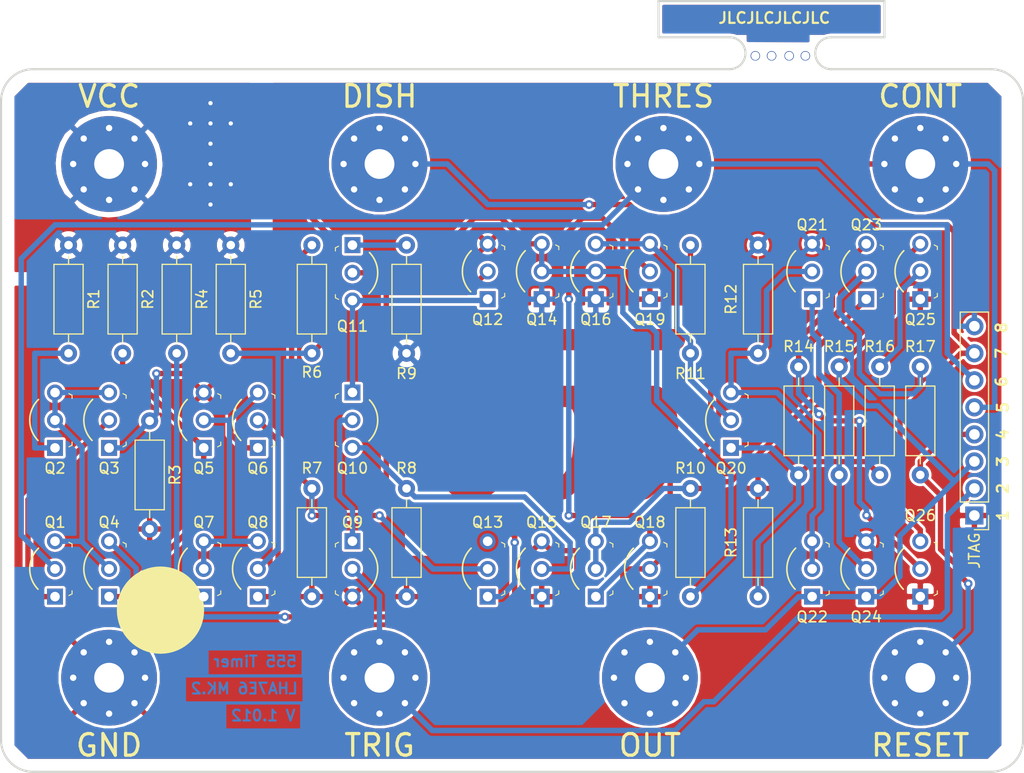
<source format=kicad_pcb>
(kicad_pcb (version 20171130) (host pcbnew "(5.1.4)-1")
  (title_block (title "555 TIMER") (date 2019-04-25) (rev V1.001) (comment 1 "LHA7E6 MK.2") (comment 3 " NE555 timer integrated circuit.") (comment 4 "functional transistor-scale replica of"))
  (layers (0 F.Cu mixed) (31 B.Cu mixed) (34 B.Paste user hide) (35 F.Paste user hide) (36 B.SilkS user) (37 F.SilkS user) (38 B.Mask user) (39 F.Mask user) (44 Edge.Cuts user))
  (net 0 "")
  (net 1 vcc)
  (net 2 Threshold)
  (net 3 gnd)
  (net 4 controlvoltage)
  (net 5 output)
  (net 6 trigger)
  (net 7 reset)
  (net 8 discharge)
  (net 9 "Net-(Q1-Pad1)")
  (net 10 "Net-(Q2-Pad1)")
  (net 11 "Net-(Q3-Pad1)")
  (net 12 "Net-(Q4-Pad1)")
  (net 13 "Net-(Q5-Pad2)")
  (net 14 "Net-(Q7-Pad1)")
  (net 15 "Net-(Q10-Pad2)")
  (net 16 "Net-(Q10-Pad3)")
  (net 17 "Net-(Q10-Pad1)")
  (net 18 "Net-(Q11-Pad2)")
  (net 19 "Net-(Q11-Pad1)")
  (net 20 "Net-(Q12-Pad2)")
  (net 21 "Net-(Q13-Pad2)")
  (net 22 "Net-(Q16-Pad3)")
  (net 23 "Net-(Q17-Pad2)")
  (net 24 "Net-(Q17-Pad1)")
  (net 25 "Net-(Q20-Pad1)")
  (net 26 "Net-(Q21-Pad1)")
  (net 27 "Net-(Q23-Pad2)")
  (net 28 "Net-(Q23-Pad3)")
  (net 29 "Net-(Q1-Pad3)")
  (net 30 "Net-(Q6-Pad2)")
  (net 31 "Net-(Q20-Pad3)")
  (net 32 "Net-(Q25-Pad2)")
  (net 33 "Net-(Q15-Pad3)")
  (module digikey-footprints:TO-92-3_Formed_Leads (layer F.Cu) (at 71.12 114.3 90)
    (fp_text reference Q2 (at -1.905 0) (layer F.SilkS))
    (fp_text value 2N3906)
    (pad 1 thru_hole rect (at 0 0 270) (size 1.5 1.5) (drill 0.9) (layers *.Cu *.Mask) (net 10 "Net-(Q2-Pad1)"))
    (pad 3 thru_hole circle (at 5.2 0 270) (size 1.5 1.5) (drill 0.9) (layers *.Cu *.Mask) (net 29 "Net-(Q1-Pad3)"))
    (pad 2 thru_hole circle (at 2.6 0 270) (size 1.5 1.5) (drill 0.9) (layers *.Cu *.Mask) (net 29 "Net-(Q1-Pad3)"))
  )
  (module digikey-footprints:TO-92-3_Formed_Leads (layer F.Cu) (at 76.2 128.27 90)
    (fp_text reference Q4 (at 6.985 0 180) (layer F.SilkS))
    (fp_text value 2N3906)
    (pad 1 thru_hole rect (at 0 0 270) (size 1.5 1.5) (drill 0.9) (layers *.Cu *.Mask) (net 12 "Net-(Q4-Pad1)"))
    (pad 3 thru_hole circle (at 5.2 0 270) (size 1.5 1.5) (drill 0.9) (layers *.Cu *.Mask) (net 33 "Net-(Q15-Pad3)"))
    (pad 2 thru_hole circle (at 2.6 0 270) (size 1.5 1.5) (drill 0.9) (layers *.Cu *.Mask) (net 29 "Net-(Q1-Pad3)"))
  )
  (module digikey-footprints:TO-92-3_Formed_Leads (layer F.Cu) (at 85.09 114.3 90)
    (fp_text reference Q5 (at -1.905 0 180) (layer F.SilkS))
    (fp_text value 2N3906)
    (pad 1 thru_hole rect (at 0 0 270) (size 1.5 1.5) (drill 0.9) (layers *.Cu *.Mask) (net 12 "Net-(Q4-Pad1)"))
    (pad 3 thru_hole circle (at 5.2 0 270) (size 1.5 1.5) (drill 0.9) (layers *.Cu *.Mask) (net 3 gnd))
    (pad 2 thru_hole circle (at 2.6 0 270) (size 1.5 1.5) (drill 0.9) (layers *.Cu *.Mask) (net 13 "Net-(Q5-Pad2)"))
  )
  (module digikey-footprints:TO-92-3_Formed_Leads (layer F.Cu) (at 85.09 128.27 90)
    (fp_text reference Q7 (at 6.985 0 180) (layer F.SilkS))
    (fp_text value 2N3906)
    (pad 1 thru_hole rect (at 0 0 270) (size 1.5 1.5) (drill 0.9) (layers *.Cu *.Mask) (net 14 "Net-(Q7-Pad1)"))
    (pad 3 thru_hole circle (at 5.2 0 270) (size 1.5 1.5) (drill 0.9) (layers *.Cu *.Mask) (net 13 "Net-(Q5-Pad2)"))
    (pad 2 thru_hole circle (at 2.6 0 270) (size 1.5 1.5) (drill 0.9) (layers *.Cu *.Mask) (net 13 "Net-(Q5-Pad2)"))
  )
  (module digikey-footprints:TO-92-3_Formed_Leads (layer F.Cu) (at 99.06 123.063 270)
    (fp_text reference Q9 (at -1.778 0) (layer F.SilkS))
    (fp_text value 2N3906)
    (pad 1 thru_hole rect (at 0 0 90) (size 1.5 1.5) (drill 0.9) (layers *.Cu *.Mask) (net 15 "Net-(Q10-Pad2)"))
    (pad 3 thru_hole circle (at 5.2 0 90) (size 1.5 1.5) (drill 0.9) (layers *.Cu *.Mask) (net 3 gnd))
    (pad 2 thru_hole circle (at 2.6 0 90) (size 1.5 1.5) (drill 0.9) (layers *.Cu *.Mask) (net 6 trigger))
  )
  (module digikey-footprints:TO-92-3_Formed_Leads (layer F.Cu) (at 99.06 109.093 270)
    (fp_text reference Q10 (at 7.112 0) (layer F.SilkS))
    (fp_text value 2N3906)
    (pad 1 thru_hole rect (at 0 0 90) (size 1.5 1.5) (drill 0.9) (layers *.Cu *.Mask) (net 17 "Net-(Q10-Pad1)"))
    (pad 3 thru_hole circle (at 5.2 0 90) (size 1.5 1.5) (drill 0.9) (layers *.Cu *.Mask) (net 16 "Net-(Q10-Pad3)"))
    (pad 2 thru_hole circle (at 2.6 0 90) (size 1.5 1.5) (drill 0.9) (layers *.Cu *.Mask) (net 15 "Net-(Q10-Pad2)"))
  )
  (module digikey-footprints:TO-92-3_Formed_Leads (layer F.Cu) (at 99.06 95.25 270)
    (fp_text reference Q11 (at 7.62 0) (layer F.SilkS))
    (fp_text value 2N3906)
    (pad 1 thru_hole rect (at 0 0 90) (size 1.5 1.5) (drill 0.9) (layers *.Cu *.Mask) (net 19 "Net-(Q11-Pad1)"))
    (pad 3 thru_hole circle (at 5.2 0 90) (size 1.5 1.5) (drill 0.9) (layers *.Cu *.Mask) (net 17 "Net-(Q10-Pad1)"))
    (pad 2 thru_hole circle (at 2.6 0 90) (size 1.5 1.5) (drill 0.9) (layers *.Cu *.Mask) (net 18 "Net-(Q11-Pad2)"))
  )
  (module digikey-footprints:TO-92-3_Formed_Leads (layer F.Cu) (at 111.76 100.33 90)
    (fp_text reference Q12 (at -1.905 0 180) (layer F.SilkS))
    (fp_text value 2N3906)
    (pad 1 thru_hole rect (at 0 0 270) (size 1.5 1.5) (drill 0.9) (layers *.Cu *.Mask) (net 17 "Net-(Q10-Pad1)"))
    (pad 3 thru_hole circle (at 5.2 0 270) (size 1.5 1.5) (drill 0.9) (layers *.Cu *.Mask) (net 3 gnd))
    (pad 2 thru_hole circle (at 2.6 0 270) (size 1.5 1.5) (drill 0.9) (layers *.Cu *.Mask) (net 20 "Net-(Q12-Pad2)"))
  )
  (module digikey-footprints:TO-92-3_Formed_Leads (layer F.Cu) (at 111.76 128.27 90)
    (fp_text reference Q13 (at 6.985 0 180) (layer F.SilkS))
    (fp_text value 2N3906)
    (pad 1 thru_hole rect (at 0 0 270) (size 1.5 1.5) (drill 0.9) (layers *.Cu *.Mask) (net 20 "Net-(Q12-Pad2)"))
    (pad 3 thru_hole circle (at 5.2 0 270) (size 1.5 1.5) (drill 0.9) (layers *.Cu *.Mask) (net 3 gnd))
    (pad 2 thru_hole circle (at 2.6 0 270) (size 1.5 1.5) (drill 0.9) (layers *.Cu *.Mask) (net 21 "Net-(Q13-Pad2)"))
  )
  (module digikey-footprints:TO-92-3_Formed_Leads (layer F.Cu) (at 116.84 100.33 90)
    (fp_text reference Q14 (at -1.905 0 180) (layer F.SilkS))
    (fp_text value 2N3906)
    (pad 1 thru_hole rect (at 0 0 270) (size 1.5 1.5) (drill 0.9) (layers *.Cu *.Mask) (net 1 vcc))
    (pad 3 thru_hole circle (at 5.2 0 270) (size 1.5 1.5) (drill 0.9) (layers *.Cu *.Mask) (net 18 "Net-(Q11-Pad2)"))
    (pad 2 thru_hole circle (at 2.6 0 270) (size 1.5 1.5) (drill 0.9) (layers *.Cu *.Mask) (net 18 "Net-(Q11-Pad2)"))
  )
  (module digikey-footprints:TO-92-3_Formed_Leads (layer F.Cu) (at 121.92 100.33 90)
    (fp_text reference Q16 (at -1.905 0 180) (layer F.SilkS))
    (fp_text value 2N3906)
    (pad 1 thru_hole rect (at 0 0 270) (size 1.5 1.5) (drill 0.9) (layers *.Cu *.Mask) (net 1 vcc))
    (pad 3 thru_hole circle (at 5.2 0 270) (size 1.5 1.5) (drill 0.9) (layers *.Cu *.Mask) (net 22 "Net-(Q16-Pad3)"))
    (pad 2 thru_hole circle (at 2.6 0 270) (size 1.5 1.5) (drill 0.9) (layers *.Cu *.Mask) (net 18 "Net-(Q11-Pad2)"))
  )
  (module digikey-footprints:TO-92-3_Formed_Leads (layer F.Cu) (at 142.24 128.27 90)
    (fp_text reference Q22 (at -1.905 0 180) (layer F.SilkS))
    (fp_text value 2N3906)
    (pad 1 thru_hole rect (at 0 0 270) (size 1.5 1.5) (drill 0.9) (layers *.Cu *.Mask) (net 5 output))
    (pad 3 thru_hole circle (at 5.2 0 270) (size 1.5 1.5) (drill 0.9) (layers *.Cu *.Mask) (net 31 "Net-(Q20-Pad3)"))
    (pad 2 thru_hole circle (at 2.6 0 270) (size 1.5 1.5) (drill 0.9) (layers *.Cu *.Mask) (net 31 "Net-(Q20-Pad3)"))
  )
  (module digikey-footprints:TO-92-3_Formed_Leads (layer F.Cu) (at 147.32 100.33 90)
    (fp_text reference Q23 (at 6.985 0 180) (layer F.SilkS))
    (fp_text value 2N3906)
    (pad 1 thru_hole rect (at 0 0 270) (size 1.5 1.5) (drill 0.9) (layers *.Cu *.Mask) (net 23 "Net-(Q17-Pad2)"))
    (pad 3 thru_hole circle (at 5.2 0 270) (size 1.5 1.5) (drill 0.9) (layers *.Cu *.Mask) (net 28 "Net-(Q23-Pad3)"))
    (pad 2 thru_hole circle (at 2.6 0 270) (size 1.5 1.5) (drill 0.9) (layers *.Cu *.Mask) (net 27 "Net-(Q23-Pad2)"))
  )
  (module digikey-footprints:TO-92-3_Formed_Leads (layer F.Cu) (at 71.12 128.27 90)
    (fp_text reference Q1 (at 6.985 0 180) (layer F.SilkS))
    (fp_text value 2N3904)
    (pad 1 thru_hole rect (at 0 0 270) (size 1.5 1.5) (drill 0.9) (layers *.Cu *.Mask) (net 9 "Net-(Q1-Pad1)"))
    (pad 3 thru_hole circle (at 5.2 0 270) (size 1.5 1.5) (drill 0.9) (layers *.Cu *.Mask) (net 29 "Net-(Q1-Pad3)"))
    (pad 2 thru_hole circle (at 2.6 0 270) (size 1.5 1.5) (drill 0.9) (layers *.Cu *.Mask) (net 2 Threshold))
  )
  (module digikey-footprints:TO-92-3_Formed_Leads (layer F.Cu) (at 127 100.33 90)
    (fp_text reference Q19 (at -1.905 0 180) (layer F.SilkS))
    (fp_text value 2N3904)
    (pad 1 thru_hole rect (at 0 0 270) (size 1.5 1.5) (drill 0.9) (layers *.Cu *.Mask) (net 3 gnd))
    (pad 3 thru_hole circle (at 5.2 0 270) (size 1.5 1.5) (drill 0.9) (layers *.Cu *.Mask) (net 22 "Net-(Q16-Pad3)"))
    (pad 2 thru_hole circle (at 2.6 0 270) (size 1.5 1.5) (drill 0.9) (layers *.Cu *.Mask) (net 24 "Net-(Q17-Pad1)"))
  )
  (module digikey-footprints:TO-92-3_Formed_Leads (layer F.Cu) (at 76.2 114.3 90)
    (fp_text reference Q3 (at -1.905 0 180) (layer F.SilkS))
    (fp_text value 2N3904)
    (pad 1 thru_hole rect (at 0 0 270) (size 1.5 1.5) (drill 0.9) (layers *.Cu *.Mask) (net 11 "Net-(Q3-Pad1)"))
    (pad 3 thru_hole circle (at 5.2 0 270) (size 1.5 1.5) (drill 0.9) (layers *.Cu *.Mask) (net 29 "Net-(Q1-Pad3)"))
    (pad 2 thru_hole circle (at 2.6 0 270) (size 1.5 1.5) (drill 0.9) (layers *.Cu *.Mask) (net 9 "Net-(Q1-Pad1)"))
  )
  (module digikey-footprints:TO-92-3_Formed_Leads (layer F.Cu) (at 90.17 114.3 90)
    (fp_text reference Q6 (at -1.905 0 180) (layer F.SilkS))
    (fp_text value 2N3904)
    (pad 1 thru_hole rect (at 0 0 270) (size 1.5 1.5) (drill 0.9) (layers *.Cu *.Mask) (net 11 "Net-(Q3-Pad1)"))
    (pad 3 thru_hole circle (at 5.2 0 270) (size 1.5 1.5) (drill 0.9) (layers *.Cu *.Mask) (net 13 "Net-(Q5-Pad2)"))
    (pad 2 thru_hole circle (at 2.6 0 270) (size 1.5 1.5) (drill 0.9) (layers *.Cu *.Mask) (net 30 "Net-(Q6-Pad2)"))
  )
  (module digikey-footprints:TO-92-3_Formed_Leads (layer F.Cu) (at 90.17 128.27 90)
    (fp_text reference Q8 (at 6.985 0 180) (layer F.SilkS))
    (fp_text value 2N3904)
    (pad 1 thru_hole rect (at 0 0 270) (size 1.5 1.5) (drill 0.9) (layers *.Cu *.Mask) (net 30 "Net-(Q6-Pad2)"))
    (pad 3 thru_hole circle (at 5.2 0 270) (size 1.5 1.5) (drill 0.9) (layers *.Cu *.Mask) (net 13 "Net-(Q5-Pad2)"))
    (pad 2 thru_hole circle (at 2.6 0 270) (size 1.5 1.5) (drill 0.9) (layers *.Cu *.Mask) (net 4 controlvoltage))
  )
  (module digikey-footprints:TO-92-3_Formed_Leads (layer F.Cu) (at 116.84 128.27 90)
    (fp_text reference Q15 (at 6.985 0 180) (layer F.SilkS))
    (fp_text value 2N3904)
    (pad 1 thru_hole rect (at 0 0 270) (size 1.5 1.5) (drill 0.9) (layers *.Cu *.Mask) (net 3 gnd))
    (pad 3 thru_hole circle (at 5.2 0 270) (size 1.5 1.5) (drill 0.9) (layers *.Cu *.Mask) (net 33 "Net-(Q15-Pad3)"))
    (pad 2 thru_hole circle (at 2.6 0 270) (size 1.5 1.5) (drill 0.9) (layers *.Cu *.Mask) (net 16 "Net-(Q10-Pad3)"))
  )
  (module digikey-footprints:TO-92-3_Formed_Leads (layer F.Cu) (at 121.92 128.27 90)
    (fp_text reference Q17 (at 6.985 0 180) (layer F.SilkS))
    (fp_text value 2N3904)
    (pad 1 thru_hole rect (at 0 0 270) (size 1.5 1.5) (drill 0.9) (layers *.Cu *.Mask) (net 24 "Net-(Q17-Pad1)"))
    (pad 3 thru_hole circle (at 5.2 0 270) (size 1.5 1.5) (drill 0.9) (layers *.Cu *.Mask) (net 23 "Net-(Q17-Pad2)"))
    (pad 2 thru_hole circle (at 2.6 0 270) (size 1.5 1.5) (drill 0.9) (layers *.Cu *.Mask) (net 23 "Net-(Q17-Pad2)"))
  )
  (module digikey-footprints:TO-92-3_Formed_Leads (layer F.Cu) (at 127 128.27 90)
    (fp_text reference Q18 (at 6.985 0 180) (layer F.SilkS))
    (fp_text value 2N3904)
    (pad 1 thru_hole rect (at 0 0 270) (size 1.5 1.5) (drill 0.9) (layers *.Cu *.Mask) (net 3 gnd))
    (pad 3 thru_hole circle (at 5.2 0 270) (size 1.5 1.5) (drill 0.9) (layers *.Cu *.Mask) (net 24 "Net-(Q17-Pad1)"))
    (pad 2 thru_hole circle (at 2.6 0 270) (size 1.5 1.5) (drill 0.9) (layers *.Cu *.Mask) (net 33 "Net-(Q15-Pad3)"))
  )
  (module digikey-footprints:TO-92-3_Formed_Leads (layer F.Cu) (at 134.62 114.3 90)
    (fp_text reference Q20 (at -1.905 0 180) (layer F.SilkS))
    (fp_text value 2N3904)
    (pad 1 thru_hole rect (at 0 0 270) (size 1.5 1.5) (drill 0.9) (layers *.Cu *.Mask) (net 25 "Net-(Q20-Pad1)"))
    (pad 3 thru_hole circle (at 5.2 0 270) (size 1.5 1.5) (drill 0.9) (layers *.Cu *.Mask) (net 31 "Net-(Q20-Pad3)"))
    (pad 2 thru_hole circle (at 2.6 0 270) (size 1.5 1.5) (drill 0.9) (layers *.Cu *.Mask) (net 22 "Net-(Q16-Pad3)"))
  )
  (module digikey-footprints:TO-92-3_Formed_Leads (layer F.Cu) (at 142.24 100.33 90)
    (fp_text reference Q21 (at 6.985 0 180) (layer F.SilkS))
    (fp_text value 2N3904)
    (pad 1 thru_hole rect (at 0 0 270) (size 1.5 1.5) (drill 0.9) (layers *.Cu *.Mask) (net 26 "Net-(Q21-Pad1)"))
    (pad 3 thru_hole circle (at 5.2 0 270) (size 1.5 1.5) (drill 0.9) (layers *.Cu *.Mask) (net 1 vcc))
    (pad 2 thru_hole circle (at 2.6 0 270) (size 1.5 1.5) (drill 0.9) (layers *.Cu *.Mask) (net 31 "Net-(Q20-Pad3)"))
  )
  (module digikey-footprints:TO-92-3_Formed_Leads (layer F.Cu) (at 147.32 128.27 90)
    (fp_text reference Q24 (at -1.905 0 180) (layer F.SilkS))
    (fp_text value 2N3904)
    (pad 1 thru_hole rect (at 0 0 270) (size 1.5 1.5) (drill 0.9) (layers *.Cu *.Mask) (net 5 output))
    (pad 3 thru_hole circle (at 5.2 0 270) (size 1.5 1.5) (drill 0.9) (layers *.Cu *.Mask) (net 1 vcc))
    (pad 2 thru_hole circle (at 2.6 0 270) (size 1.5 1.5) (drill 0.9) (layers *.Cu *.Mask) (net 26 "Net-(Q21-Pad1)"))
  )
  (module digikey-footprints:TO-92-3_Formed_Leads (layer F.Cu) (at 152.4 100.33 90)
    (fp_text reference Q25 (at -1.905 0 180) (layer F.SilkS))
    (fp_text value 2N3904)
    (pad 1 thru_hole rect (at 0 0 270) (size 1.5 1.5) (drill 0.9) (layers *.Cu *.Mask) (net 3 gnd))
    (pad 3 thru_hole circle (at 5.2 0 270) (size 1.5 1.5) (drill 0.9) (layers *.Cu *.Mask) (net 5 output))
    (pad 2 thru_hole circle (at 2.6 0 270) (size 1.5 1.5) (drill 0.9) (layers *.Cu *.Mask) (net 32 "Net-(Q25-Pad2)"))
  )
  (module digikey-footprints:TO-92-3_Formed_Leads (layer F.Cu) (at 152.4 128.27 90)
    (fp_text reference Q26 (at 7.62 0 180) (layer F.SilkS))
    (fp_text value 2N3904)
    (pad 1 thru_hole rect (at 0 0 270) (size 1.5 1.5) (drill 0.9) (layers *.Cu *.Mask) (net 3 gnd))
    (pad 3 thru_hole circle (at 5.2 0 270) (size 1.5 1.5) (drill 0.9) (layers *.Cu *.Mask) (net 8 discharge))
    (pad 2 thru_hole circle (at 2.6 0 270) (size 1.5 1.5) (drill 0.9) (layers *.Cu *.Mask) (net 28 "Net-(Q23-Pad3)"))
  )
  (module 555:MountingHole_4.5mm_Pad_Via (layer F.Cu) (at 101.6 87.63)
    (fp_text reference DISH (at 0 -6.35) (layer F.SilkS) (effects (font (size 2.032 2.032) (thickness 0.3048))))
    (fp_text value Discharge)
    (pad 1 thru_hole circle (at 0 0) (size 9 9) (drill 2.8) (layers *.Cu *.Mask) (net 8 discharge))
    (pad 1 thru_hole circle (at 3.375 0) (size 0.9 0.9) (drill 0.6) (layers *.Cu *.Mask) (net 8 discharge))
    (pad 1 thru_hole circle (at 2.386485 2.386485) (size 0.9 0.9) (drill 0.6) (layers *.Cu *.Mask) (net 8 discharge))
    (pad 1 thru_hole circle (at 0 3.375) (size 0.9 0.9) (drill 0.6) (layers *.Cu *.Mask) (net 8 discharge))
    (pad 1 thru_hole circle (at -2.386485 2.386485) (size 0.9 0.9) (drill 0.6) (layers *.Cu *.Mask) (net 8 discharge))
    (pad 1 thru_hole circle (at -3.375 0) (size 0.9 0.9) (drill 0.6) (layers *.Cu *.Mask) (net 8 discharge))
    (pad 1 thru_hole circle (at -2.386485 -2.386485) (size 0.9 0.9) (drill 0.6) (layers *.Cu *.Mask) (net 8 discharge))
    (pad 1 thru_hole circle (at 0 -3.375) (size 0.9 0.9) (drill 0.6) (layers *.Cu *.Mask) (net 8 discharge))
    (pad 1 thru_hole circle (at 2.386485 -2.386485) (size 0.9 0.9) (drill 0.6) (layers *.Cu *.Mask) (net 8 discharge))
  )
  (module 555:MountingHole_4.5mm_Pad_Via (layer F.Cu) (at 152.4 135.89)
    (fp_text reference RESET (at 0 6.35) (layer F.SilkS) (effects (font (size 2.032 2.032) (thickness 0.3048))))
    (fp_text value Reset)
    (pad 1 thru_hole circle (at 0 0) (size 9 9) (drill 2.8) (layers *.Cu *.Mask) (net 7 reset))
    (pad 1 thru_hole circle (at 3.375 0) (size 0.9 0.9) (drill 0.6) (layers *.Cu *.Mask) (net 7 reset))
    (pad 1 thru_hole circle (at 2.386485 2.386485) (size 0.9 0.9) (drill 0.6) (layers *.Cu *.Mask) (net 7 reset))
    (pad 1 thru_hole circle (at 0 3.375) (size 0.9 0.9) (drill 0.6) (layers *.Cu *.Mask) (net 7 reset))
    (pad 1 thru_hole circle (at -2.386485 2.386485) (size 0.9 0.9) (drill 0.6) (layers *.Cu *.Mask) (net 7 reset))
    (pad 1 thru_hole circle (at -3.375 0) (size 0.9 0.9) (drill 0.6) (layers *.Cu *.Mask) (net 7 reset))
    (pad 1 thru_hole circle (at -2.386485 -2.386485) (size 0.9 0.9) (drill 0.6) (layers *.Cu *.Mask) (net 7 reset))
    (pad 1 thru_hole circle (at 0 -3.375) (size 0.9 0.9) (drill 0.6) (layers *.Cu *.Mask) (net 7 reset))
    (pad 1 thru_hole circle (at 2.386485 -2.386485) (size 0.9 0.9) (drill 0.6) (layers *.Cu *.Mask) (net 7 reset))
  )
  (module 555:MountingHole_4.5mm_Pad_Via (layer F.Cu) (at 101.6 135.89)
    (fp_text reference TRIG (at 0 6.35) (layer F.SilkS) (effects (font (size 2.032 2.032) (thickness 0.3048))))
    (fp_text value Trigger)
    (pad 1 thru_hole circle (at 0 0) (size 9 9) (drill 2.8) (layers *.Cu *.Mask) (net 6 trigger))
    (pad 1 thru_hole circle (at 3.375 0) (size 0.9 0.9) (drill 0.6) (layers *.Cu *.Mask) (net 6 trigger))
    (pad 1 thru_hole circle (at 2.386485 2.386485) (size 0.9 0.9) (drill 0.6) (layers *.Cu *.Mask) (net 6 trigger))
    (pad 1 thru_hole circle (at 0 3.375) (size 0.9 0.9) (drill 0.6) (layers *.Cu *.Mask) (net 6 trigger))
    (pad 1 thru_hole circle (at -2.386485 2.386485) (size 0.9 0.9) (drill 0.6) (layers *.Cu *.Mask) (net 6 trigger))
    (pad 1 thru_hole circle (at -3.375 0) (size 0.9 0.9) (drill 0.6) (layers *.Cu *.Mask) (net 6 trigger))
    (pad 1 thru_hole circle (at -2.386485 -2.386485) (size 0.9 0.9) (drill 0.6) (layers *.Cu *.Mask) (net 6 trigger))
    (pad 1 thru_hole circle (at 0 -3.375) (size 0.9 0.9) (drill 0.6) (layers *.Cu *.Mask) (net 6 trigger))
    (pad 1 thru_hole circle (at 2.386485 -2.386485) (size 0.9 0.9) (drill 0.6) (layers *.Cu *.Mask) (net 6 trigger))
  )
  (module 555:MountingHole_4.5mm_Pad_Via (layer F.Cu) (at 127 135.89)
    (fp_text reference OUT (at 0 6.35) (layer F.SilkS) (effects (font (size 2.032 2.032) (thickness 0.3048))))
    (fp_text value Output)
    (pad 1 thru_hole circle (at 0 0) (size 9 9) (drill 2.8) (layers *.Cu *.Mask) (net 5 output))
    (pad 1 thru_hole circle (at 3.375 0) (size 0.9 0.9) (drill 0.6) (layers *.Cu *.Mask) (net 5 output))
    (pad 1 thru_hole circle (at 2.386485 2.386485) (size 0.9 0.9) (drill 0.6) (layers *.Cu *.Mask) (net 5 output))
    (pad 1 thru_hole circle (at 0 3.375) (size 0.9 0.9) (drill 0.6) (layers *.Cu *.Mask) (net 5 output))
    (pad 1 thru_hole circle (at -2.386485 2.386485) (size 0.9 0.9) (drill 0.6) (layers *.Cu *.Mask) (net 5 output))
    (pad 1 thru_hole circle (at -3.375 0) (size 0.9 0.9) (drill 0.6) (layers *.Cu *.Mask) (net 5 output))
    (pad 1 thru_hole circle (at -2.386485 -2.386485) (size 0.9 0.9) (drill 0.6) (layers *.Cu *.Mask) (net 5 output))
    (pad 1 thru_hole circle (at 0 -3.375) (size 0.9 0.9) (drill 0.6) (layers *.Cu *.Mask) (net 5 output))
    (pad 1 thru_hole circle (at 2.386485 -2.386485) (size 0.9 0.9) (drill 0.6) (layers *.Cu *.Mask) (net 5 output))
  )
  (module 555:MountingHole_4.5mm_Pad_Via (layer F.Cu) (at 152.4 87.63)
    (fp_text reference CONT (at 0 -6.35) (layer F.SilkS) (effects (font (size 2.032 2.032) (thickness 0.3048))))
    (fp_text value "Control voltage")
    (pad 1 thru_hole circle (at 0 0) (size 9 9) (drill 2.8) (layers *.Cu *.Mask) (net 4 controlvoltage))
    (pad 1 thru_hole circle (at 3.375 0) (size 0.9 0.9) (drill 0.6) (layers *.Cu *.Mask) (net 4 controlvoltage))
    (pad 1 thru_hole circle (at 2.386485 2.386485) (size 0.9 0.9) (drill 0.6) (layers *.Cu *.Mask) (net 4 controlvoltage))
    (pad 1 thru_hole circle (at 0 3.375) (size 0.9 0.9) (drill 0.6) (layers *.Cu *.Mask) (net 4 controlvoltage))
    (pad 1 thru_hole circle (at -2.386485 2.386485) (size 0.9 0.9) (drill 0.6) (layers *.Cu *.Mask) (net 4 controlvoltage))
    (pad 1 thru_hole circle (at -3.375 0) (size 0.9 0.9) (drill 0.6) (layers *.Cu *.Mask) (net 4 controlvoltage))
    (pad 1 thru_hole circle (at -2.386485 -2.386485) (size 0.9 0.9) (drill 0.6) (layers *.Cu *.Mask) (net 4 controlvoltage))
    (pad 1 thru_hole circle (at 0 -3.375) (size 0.9 0.9) (drill 0.6) (layers *.Cu *.Mask) (net 4 controlvoltage))
    (pad 1 thru_hole circle (at 2.386485 -2.386485) (size 0.9 0.9) (drill 0.6) (layers *.Cu *.Mask) (net 4 controlvoltage))
  )
  (module 555:MountingHole_4.5mm_Pad_Via (layer F.Cu) (at 76.2 135.89)
    (fp_text reference GND (at 0 6.35) (layer F.SilkS) (effects (font (size 2.032 2.032) (thickness 0.3048))))
    (fp_text value GND)
    (pad 1 thru_hole circle (at 0 0) (size 9 9) (drill 2.8) (layers *.Cu *.Mask) (net 3 gnd))
    (pad 1 thru_hole circle (at 3.375 0) (size 0.9 0.9) (drill 0.6) (layers *.Cu *.Mask) (net 3 gnd))
    (pad 1 thru_hole circle (at 2.386485 2.386485) (size 0.9 0.9) (drill 0.6) (layers *.Cu *.Mask) (net 3 gnd))
    (pad 1 thru_hole circle (at 0 3.375) (size 0.9 0.9) (drill 0.6) (layers *.Cu *.Mask) (net 3 gnd))
    (pad 1 thru_hole circle (at -2.386485 2.386485) (size 0.9 0.9) (drill 0.6) (layers *.Cu *.Mask) (net 3 gnd))
    (pad 1 thru_hole circle (at -3.375 0) (size 0.9 0.9) (drill 0.6) (layers *.Cu *.Mask) (net 3 gnd))
    (pad 1 thru_hole circle (at -2.386485 -2.386485) (size 0.9 0.9) (drill 0.6) (layers *.Cu *.Mask) (net 3 gnd))
    (pad 1 thru_hole circle (at 0 -3.375) (size 0.9 0.9) (drill 0.6) (layers *.Cu *.Mask) (net 3 gnd))
    (pad 1 thru_hole circle (at 2.386485 -2.386485) (size 0.9 0.9) (drill 0.6) (layers *.Cu *.Mask) (net 3 gnd))
  )
  (module 555:MountingHole_4.5mm_Pad_Via (layer F.Cu) (at 128.27 87.63)
    (fp_text reference THRES (at 0 -6.35) (layer F.SilkS) (effects (font (size 2.032 2.032) (thickness 0.3048))))
    (fp_text value Threshold)
    (pad 1 thru_hole circle (at 0 0) (size 9 9) (drill 2.8) (layers *.Cu *.Mask) (net 2 Threshold))
    (pad 1 thru_hole circle (at 3.375 0) (size 0.9 0.9) (drill 0.6) (layers *.Cu *.Mask) (net 2 Threshold))
    (pad 1 thru_hole circle (at 2.386485 2.386485) (size 0.9 0.9) (drill 0.6) (layers *.Cu *.Mask) (net 2 Threshold))
    (pad 1 thru_hole circle (at 0 3.375) (size 0.9 0.9) (drill 0.6) (layers *.Cu *.Mask) (net 2 Threshold))
    (pad 1 thru_hole circle (at -2.386485 2.386485) (size 0.9 0.9) (drill 0.6) (layers *.Cu *.Mask) (net 2 Threshold))
    (pad 1 thru_hole circle (at -3.375 0) (size 0.9 0.9) (drill 0.6) (layers *.Cu *.Mask) (net 2 Threshold))
    (pad 1 thru_hole circle (at -2.386485 -2.386485) (size 0.9 0.9) (drill 0.6) (layers *.Cu *.Mask) (net 2 Threshold))
    (pad 1 thru_hole circle (at 0 -3.375) (size 0.9 0.9) (drill 0.6) (layers *.Cu *.Mask) (net 2 Threshold))
    (pad 1 thru_hole circle (at 2.386485 -2.386485) (size 0.9 0.9) (drill 0.6) (layers *.Cu *.Mask) (net 2 Threshold))
  )
  (module 555:MountingHole_4.5mm_Pad_Via (layer F.Cu) (at 76.2 87.63)
    (fp_text reference VCC (at 0 -6.35) (layer F.SilkS) (effects (font (size 2.032 2.032) (thickness 0.3048))))
    (fp_text value VCC)
    (pad 1 thru_hole circle (at 0 0) (size 9 9) (drill 2.8) (layers *.Cu *.Mask) (net 1 vcc))
    (pad 1 thru_hole circle (at 3.375 0) (size 0.9 0.9) (drill 0.6) (layers *.Cu *.Mask) (net 1 vcc))
    (pad 1 thru_hole circle (at 2.386485 2.386485) (size 0.9 0.9) (drill 0.6) (layers *.Cu *.Mask) (net 1 vcc))
    (pad 1 thru_hole circle (at 0 3.375) (size 0.9 0.9) (drill 0.6) (layers *.Cu *.Mask) (net 1 vcc))
    (pad 1 thru_hole circle (at -2.386485 2.386485) (size 0.9 0.9) (drill 0.6) (layers *.Cu *.Mask) (net 1 vcc))
    (pad 1 thru_hole circle (at -3.375 0) (size 0.9 0.9) (drill 0.6) (layers *.Cu *.Mask) (net 1 vcc))
    (pad 1 thru_hole circle (at -2.386485 -2.386485) (size 0.9 0.9) (drill 0.6) (layers *.Cu *.Mask) (net 1 vcc))
    (pad 1 thru_hole circle (at 0 -3.375) (size 0.9 0.9) (drill 0.6) (layers *.Cu *.Mask) (net 1 vcc))
    (pad 1 thru_hole circle (at 2.386485 -2.386485) (size 0.9 0.9) (drill 0.6) (layers *.Cu *.Mask) (net 1 vcc))
  )
  (module Resistor_THT:R_Axial_DIN0207_L6.3mm_D2.5mm_P10.16mm_Horizontal (layer F.Cu) (at 87.63 95.25 270)
    (fp_text reference R5 (at 5.08 -2.37 270) (layer F.SilkS))
    (fp_text value 4.7K)
    (pad 2 thru_hole oval (at 10.16 0 270) (size 1.6 1.6) (drill 0.8) (layers *.Cu *.Mask) (net 4 controlvoltage))
    (pad 1 thru_hole circle (at 0 0 270) (size 1.6 1.6) (drill 0.8) (layers *.Cu *.Mask) (net 1 vcc))
  )
  (module Resistor_THT:R_Axial_DIN0207_L6.3mm_D2.5mm_P10.16mm_Horizontal (layer F.Cu) (at 80.01 111.76 270)
    (fp_text reference R3 (at 5.08 -2.37 270) (layer F.SilkS))
    (fp_text value 10K)
    (pad 1 thru_hole circle (at 0 0 270) (size 1.6 1.6) (drill 0.8) (layers *.Cu *.Mask) (net 11 "Net-(Q3-Pad1)"))
    (pad 2 thru_hole oval (at 10.16 0 270) (size 1.6 1.6) (drill 0.8) (layers *.Cu *.Mask) (net 3 gnd))
  )
  (module Connector_PinHeader_2.54mm:PinHeader_1x08_P2.54mm_Vertical (layer F.Cu) (at 157.48 120.65 180)
    (fp_text reference JTAG (at 0 -3.302 270) (layer F.SilkS))
    (fp_text value jtag)
    (pad 8 thru_hole oval (at 0 17.78 180) (size 1.7 1.7) (drill 1) (layers *.Cu *.Mask) (net 1 vcc))
    (pad 7 thru_hole oval (at 0 15.24 180) (size 1.7 1.7) (drill 1) (layers *.Cu *.Mask) (net 8 discharge))
    (pad 6 thru_hole oval (at 0 12.7 180) (size 1.7 1.7) (drill 1) (layers *.Cu *.Mask) (net 2 Threshold))
    (pad 5 thru_hole oval (at 0 10.16 180) (size 1.7 1.7) (drill 1) (layers *.Cu *.Mask) (net 4 controlvoltage))
    (pad 4 thru_hole oval (at 0 7.62 180) (size 1.7 1.7) (drill 1) (layers *.Cu *.Mask) (net 7 reset))
    (pad 3 thru_hole oval (at 0 5.08 180) (size 1.7 1.7) (drill 1) (layers *.Cu *.Mask) (net 5 output))
    (pad 2 thru_hole oval (at 0 2.54 180) (size 1.7 1.7) (drill 1) (layers *.Cu *.Mask) (net 6 trigger))
    (pad 1 thru_hole rect (at 0 0 180) (size 1.7 1.7) (drill 1) (layers *.Cu *.Mask) (net 3 gnd))
  )
  (module Resistor_THT:R_Axial_DIN0207_L6.3mm_D2.5mm_P10.16mm_Horizontal (layer F.Cu) (at 72.39 95.25 270)
    (fp_text reference R1 (at 5.08 -2.37 270) (layer F.SilkS))
    (fp_text value 4.7K)
    (pad 1 thru_hole circle (at 0 0 270) (size 1.6 1.6) (drill 0.8) (layers *.Cu *.Mask) (net 1 vcc))
    (pad 2 thru_hole oval (at 10.16 0 270) (size 1.6 1.6) (drill 0.8) (layers *.Cu *.Mask) (net 10 "Net-(Q2-Pad1)"))
  )
  (module Resistor_THT:R_Axial_DIN0207_L6.3mm_D2.5mm_P10.16mm_Horizontal (layer F.Cu) (at 77.47 95.25 270)
    (fp_text reference R2 (at 5.08 -2.37 270) (layer F.SilkS))
    (fp_text value 820)
    (pad 1 thru_hole circle (at 0 0 270) (size 1.6 1.6) (drill 0.8) (layers *.Cu *.Mask) (net 1 vcc))
    (pad 2 thru_hole oval (at 10.16 0 270) (size 1.6 1.6) (drill 0.8) (layers *.Cu *.Mask) (net 12 "Net-(Q4-Pad1)"))
  )
  (module Resistor_THT:R_Axial_DIN0207_L6.3mm_D2.5mm_P10.16mm_Horizontal (layer F.Cu) (at 82.55 95.25 270)
    (fp_text reference R4 (at 5.08 -2.37 270) (layer F.SilkS))
    (fp_text value 4.7K)
    (pad 2 thru_hole oval (at 10.16 0 270) (size 1.6 1.6) (drill 0.8) (layers *.Cu *.Mask) (net 14 "Net-(Q7-Pad1)"))
    (pad 1 thru_hole circle (at 0 0 270) (size 1.6 1.6) (drill 0.8) (layers *.Cu *.Mask) (net 1 vcc))
  )
  (module Resistor_THT:R_Axial_DIN0207_L6.3mm_D2.5mm_P10.16mm_Horizontal (layer F.Cu) (at 95.25 105.41 90)
    (fp_text reference R6 (at -1.778 0 180) (layer F.SilkS))
    (fp_text value 4.7k)
    (pad 1 thru_hole circle (at 0 0 90) (size 1.6 1.6) (drill 0.8) (layers *.Cu *.Mask) (net 4 controlvoltage))
    (pad 2 thru_hole oval (at 10.16 0 90) (size 1.6 1.6) (drill 0.8) (layers *.Cu *.Mask) (net 21 "Net-(Q13-Pad2)"))
  )
  (module Resistor_THT:R_Axial_DIN0207_L6.3mm_D2.5mm_P10.16mm_Horizontal (layer F.Cu) (at 95.25 118.11 270)
    (fp_text reference R7 (at -1.905 0) (layer F.SilkS))
    (fp_text value 4.7k)
    (pad 2 thru_hole oval (at 10.16 0 270) (size 1.6 1.6) (drill 0.8) (layers *.Cu *.Mask) (net 3 gnd))
    (pad 1 thru_hole circle (at 0 0 270) (size 1.6 1.6) (drill 0.8) (layers *.Cu *.Mask) (net 21 "Net-(Q13-Pad2)"))
  )
  (module Resistor_THT:R_Axial_DIN0207_L6.3mm_D2.5mm_P10.16mm_Horizontal (layer F.Cu) (at 104.14 118.11 270)
    (fp_text reference R8 (at -1.905 0) (layer F.SilkS))
    (fp_text value 100K)
    (pad 2 thru_hole oval (at 10.16 0 270) (size 1.6 1.6) (drill 0.8) (layers *.Cu *.Mask) (net 3 gnd))
    (pad 1 thru_hole circle (at 0 0 270) (size 1.6 1.6) (drill 0.8) (layers *.Cu *.Mask) (net 16 "Net-(Q10-Pad3)"))
  )
  (module Resistor_THT:R_Axial_DIN0207_L6.3mm_D2.5mm_P10.16mm_Horizontal (layer F.Cu) (at 104.14 105.41 90)
    (fp_text reference R9 (at -1.905 0 180) (layer F.SilkS))
    (fp_text value 1K)
    (pad 1 thru_hole circle (at 0 0 90) (size 1.6 1.6) (drill 0.8) (layers *.Cu *.Mask) (net 1 vcc))
    (pad 2 thru_hole oval (at 10.16 0 90) (size 1.6 1.6) (drill 0.8) (layers *.Cu *.Mask) (net 19 "Net-(Q11-Pad1)"))
  )
  (module Resistor_THT:R_Axial_DIN0207_L6.3mm_D2.5mm_P10.16mm_Horizontal (layer F.Cu) (at 130.81 128.27 90)
    (fp_text reference R10 (at 12.065 0) (layer F.SilkS))
    (fp_text value 15K)
    (pad 2 thru_hole oval (at 10.16 0 90) (size 1.6 1.6) (drill 0.8) (layers *.Cu *.Mask) (net 23 "Net-(Q17-Pad2)"))
    (pad 1 thru_hole circle (at 0 0 90) (size 1.6 1.6) (drill 0.8) (layers *.Cu *.Mask) (net 18 "Net-(Q11-Pad2)"))
  )
  (module Resistor_THT:R_Axial_DIN0207_L6.3mm_D2.5mm_P10.16mm_Horizontal (layer F.Cu) (at 130.81 105.41 90)
    (fp_text reference R11 (at -1.905 0 180) (layer F.SilkS))
    (fp_text value 4.7K)
    (pad 2 thru_hole oval (at 10.16 0 90) (size 1.6 1.6) (drill 0.8) (layers *.Cu *.Mask) (net 33 "Net-(Q15-Pad3)"))
    (pad 1 thru_hole circle (at 0 0 90) (size 1.6 1.6) (drill 0.8) (layers *.Cu *.Mask) (net 22 "Net-(Q16-Pad3)"))
  )
  (module Resistor_THT:R_Axial_DIN0207_L6.3mm_D2.5mm_P10.16mm_Horizontal (layer F.Cu) (at 137.16 95.25 270)
    (fp_text reference R12 (at 5.08 2.54 270) (layer F.SilkS))
    (fp_text value 6.8K)
    (pad 1 thru_hole circle (at 0 0 270) (size 1.6 1.6) (drill 0.8) (layers *.Cu *.Mask) (net 1 vcc))
    (pad 2 thru_hole oval (at 10.16 0 270) (size 1.6 1.6) (drill 0.8) (layers *.Cu *.Mask) (net 31 "Net-(Q20-Pad3)"))
  )
  (module Resistor_THT:R_Axial_DIN0207_L6.3mm_D2.5mm_P10.16mm_Horizontal (layer F.Cu) (at 137.16 128.27 90)
    (fp_text reference R13 (at 5.08 -2.54 270) (layer F.SilkS))
    (fp_text value 4.7K)
    (pad 1 thru_hole circle (at 0 0 90) (size 1.6 1.6) (drill 0.8) (layers *.Cu *.Mask) (net 25 "Net-(Q20-Pad1)"))
    (pad 2 thru_hole oval (at 10.16 0 90) (size 1.6 1.6) (drill 0.8) (layers *.Cu *.Mask) (net 3 gnd))
  )
  (module Resistor_THT:R_Axial_DIN0207_L6.3mm_D2.5mm_P10.16mm_Horizontal (layer F.Cu) (at 140.97 116.84 90)
    (fp_text reference R14 (at 12.065 0 180) (layer F.SilkS))
    (fp_text value 100)
    (pad 2 thru_hole oval (at 10.16 0 90) (size 1.6 1.6) (drill 0.8) (layers *.Cu *.Mask) (net 28 "Net-(Q23-Pad3)"))
    (pad 1 thru_hole circle (at 0 0 90) (size 1.6 1.6) (drill 0.8) (layers *.Cu *.Mask) (net 25 "Net-(Q20-Pad1)"))
  )
  (module Resistor_THT:R_Axial_DIN0207_L6.3mm_D2.5mm_P10.16mm_Horizontal (layer F.Cu) (at 144.78 116.84 90)
    (fp_text reference R15 (at 12.065 0 180) (layer F.SilkS))
    (fp_text value 3.9K)
    (pad 2 thru_hole oval (at 10.16 0 90) (size 1.6 1.6) (drill 0.8) (layers *.Cu *.Mask) (net 5 output))
    (pad 1 thru_hole circle (at 0 0 90) (size 1.6 1.6) (drill 0.8) (layers *.Cu *.Mask) (net 26 "Net-(Q21-Pad1)"))
  )
  (module Resistor_THT:R_Axial_DIN0207_L6.3mm_D2.5mm_P10.16mm_Horizontal (layer F.Cu) (at 148.59 106.68 270)
    (fp_text reference R16 (at -1.905 0) (layer F.SilkS))
    (fp_text value 220)
    (pad 1 thru_hole circle (at 0 0 270) (size 1.6 1.6) (drill 0.8) (layers *.Cu *.Mask) (net 32 "Net-(Q25-Pad2)"))
    (pad 2 thru_hole oval (at 10.16 0 270) (size 1.6 1.6) (drill 0.8) (layers *.Cu *.Mask) (net 25 "Net-(Q20-Pad1)"))
  )
  (module Resistor_THT:R_Axial_DIN0207_L6.3mm_D2.5mm_P10.16mm_Horizontal (layer F.Cu) (at 152.4 116.84 90)
    (fp_text reference R17 (at 12.065 0 180) (layer F.SilkS))
    (fp_text value 100K)
    (pad 2 thru_hole oval (at 10.16 0 90) (size 1.6 1.6) (drill 0.8) (layers *.Cu *.Mask) (net 27 "Net-(Q23-Pad2)"))
    (pad 1 thru_hole circle (at 0 0 90) (size 1.6 1.6) (drill 0.8) (layers *.Cu *.Mask) (net 7 reset))
  )
  (gr_text 8 (at 160.02 102.997 90) (layer F.SilkS) (effects (font (size 1.016 1.016) (thickness 0.2032))))
  (gr_text 7 (at 160.02 105.41 90) (layer F.SilkS) (effects (font (size 1.016 1.016) (thickness 0.2032))))
  (gr_text 6 (at 160.02 108.077 90) (layer F.SilkS) (effects (font (size 1.016 1.016) (thickness 0.2032))))
  (gr_text 5 (at 160.147 110.49 90) (layer F.SilkS) (effects (font (size 1.016 1.016) (thickness 0.2032))))
  (gr_text 4 (at 160.147 113.03 90) (layer F.SilkS) (effects (font (size 1.016 1.016) (thickness 0.2032))))
  (gr_text 3 (at 160.147 115.57 90) (layer F.SilkS) (effects (font (size 1.016 1.016) (thickness 0.2032))))
  (gr_text 2 (at 160.147 118.11 90) (layer F.SilkS) (effects (font (size 1.016 1.016) (thickness 0.2032))))
  (gr_text 1 (at 160.147 120.65 90) (layer F.SilkS) (effects (font (size 1.016 1.016) (thickness 0.2032))))
  (gr_poly (pts (xy 80.645 128.905) (xy 81.28 128.905) (xy 81.915 130.175) (xy 80.645 130.175)) (layer F.SilkS) (width 0.1))
  (gr_text "V 1.012" (at 90.678 139.446) (layer B.Cu) (effects (font (size 1.016 1.016) (thickness 0.2032)) (justify mirror)))
  (gr_text "LHA7E6 MK.2" (at 88.9 136.906) (layer B.Cu) (effects (font (size 1.016 1.016) (thickness 0.2032)) (justify mirror)))
  (gr_text "555 Timer" (at 89.916 134.366) (layer B.Cu) (effects (font (size 1.016 1.016) (thickness 0.2032)) (justify mirror)))
  (gr_circle (center 81.026 129.54) (end 81.126 129.54) (layer F.SilkS) (width 4))
  (gr_text JLCJLCJLCJLC (at 138.684 73.914) (layer F.SilkS) (effects (font (size 1.016 1.016) (thickness 0.2032))))
  (gr_text 555 (at 118.11 111.76) (layer F.Cu) (effects (font (size 14 8) (thickness 2) italic)))
  (gr_arc (start 134.477602 77.226) (end 134.477602 78.726) (angle -180) (layer Edge.Cuts) (width 0.2))
  (gr_arc (start 144.032 77.226) (end 144.032 75.726) (angle -180) (layer Edge.Cuts) (width 0.2))
  (gr_arc (start 69.051742 81.726) (end 69.051742 78.726) (angle -90) (layer Edge.Cuts) (width 0.2))
  (gr_arc (start 159.051742 81.726) (end 162.051742 81.726) (angle -90) (layer Edge.Cuts) (width 0.2))
  (gr_arc (start 159.051742 141.726) (end 159.051742 144.726) (angle -90) (layer Edge.Cuts) (width 0.2))
  (gr_arc (start 69.051742 141.726) (end 66.051742 141.726) (angle -90) (layer Edge.Cuts) (width 0.2))
  (gr_line (start 69.051742 144.726) (end 159.051742 144.726) (layer Edge.Cuts) (width 0.2))
  (gr_line (start 66.051742 141.726) (end 66.051742 81.726) (layer Edge.Cuts) (width 0.2))
  (gr_line (start 134.477602 75.726) (end 127.809746 75.726) (layer Edge.Cuts) (width 0.2))
  (gr_line (start 127.809746 75.726) (end 127.809746 72.326) (layer Edge.Cuts) (width 0.2))
  (gr_line (start 127.809746 72.326) (end 149.032 72.326) (layer Edge.Cuts) (width 0.2))
  (gr_line (start 149.032 72.326) (end 149.032 75.726) (layer Edge.Cuts) (width 0.2))
  (gr_line (start 149.032 75.726) (end 144.032 75.726) (layer Edge.Cuts) (width 0.2))
  (gr_line (start 162.051742 141.726) (end 162.051742 81.726) (layer Edge.Cuts) (width 0.2))
  (gr_line (start 69.051742 78.726) (end 134.477602 78.726) (layer Edge.Cuts) (width 0.2))
  (gr_line (start 144.032 78.726) (end 159.051742 78.726) (layer Edge.Cuts) (width 0.2))
  (via (at 136.906 77.47) (size 0.889) (drill 0.762) (layers F.Cu B.Cu) (net 0))
  (via (at 138.43 77.47) (size 0.889) (drill 0.762) (layers F.Cu B.Cu) (net 0))
  (via (at 140.081 77.47) (size 0.889) (drill 0.762) (layers F.Cu B.Cu) (net 0))
  (via (at 141.605 77.47) (size 0.889) (drill 0.762) (layers F.Cu B.Cu) (net 0))
  (via (at 85.725 89.535) (size 0.8) (drill 0.4) (layers F.Cu B.Cu) (net 1))
  (via (at 85.725 87.63) (size 0.8) (drill 0.4) (layers F.Cu B.Cu) (net 1))
  (via (at 85.725 91.44) (size 0.8) (drill 0.4) (layers F.Cu B.Cu) (net 1))
  (via (at 87.63 89.535) (size 0.8) (drill 0.4) (layers F.Cu B.Cu) (net 1))
  (via (at 83.82 89.535) (size 0.8) (drill 0.4) (layers F.Cu B.Cu) (net 1))
  (via (at 85.725 85.725) (size 0.8) (drill 0.4) (layers F.Cu B.Cu) (net 1))
  (via (at 85.725 81.915) (size 0.8) (drill 0.4) (layers F.Cu B.Cu) (net 1))
  (via (at 85.725 83.82) (size 0.8) (drill 0.4) (layers F.Cu B.Cu) (net 1))
  (via (at 83.82 83.82) (size 0.8) (drill 0.4) (layers F.Cu B.Cu) (net 1))
  (via (at 87.63 83.82) (size 0.8) (drill 0.4) (layers F.Cu B.Cu) (net 1))
  (segment (start 71.12 125.67) (end 67.945 122.495) (width 0.508) (layer B.Cu) (net 2))
  (segment (start 67.945 122.495) (end 67.945 96.52) (width 0.508) (layer B.Cu) (net 2))
  (segment (start 67.945 96.52) (end 71.12 93.345) (width 0.508) (layer B.Cu) (net 2))
  (segment (start 122.555 93.345) (end 128.27 87.63) (width 0.508) (layer B.Cu) (net 2))
  (segment (start 71.12 93.345) (end 122.555 93.345) (width 0.508) (layer B.Cu) (net 2))
  (segment (start 154.94 105.41) (end 157.48 107.95) (width 0.508) (layer B.Cu) (net 2))
  (segment (start 154.94 93.345) (end 154.94 105.41) (width 0.508) (layer B.Cu) (net 2))
  (segment (start 148.59 93.345) (end 154.94 93.345) (width 0.508) (layer B.Cu) (net 2))
  (segment (start 128.27 87.63) (end 142.875 87.63) (width 0.508) (layer B.Cu) (net 2))
  (segment (start 142.875 87.63) (end 148.59 93.345) (width 0.508) (layer B.Cu) (net 2))
  (segment (start 110.69934 123.07) (end 108.03934 125.73) (width 2.54) (layer F.Cu) (net 3))
  (segment (start 111.76 123.07) (end 110.69934 123.07) (width 2.54) (layer F.Cu) (net 3))
  (segment (start 92.075 123.765) (end 92.075 105.41) (width 0.508) (layer B.Cu) (net 4))
  (segment (start 90.17 125.67) (end 92.075 123.765) (width 0.508) (layer B.Cu) (net 4))
  (segment (start 87.63 105.41) (end 92.075 105.41) (width 0.508) (layer B.Cu) (net 4))
  (segment (start 92.075 105.41) (end 95.25 105.41) (width 0.508) (layer B.Cu) (net 4))
  (segment (start 158.763961 87.63) (end 159.385 88.251039) (width 0.508) (layer B.Cu) (net 4))
  (segment (start 152.4 87.63) (end 158.763961 87.63) (width 0.508) (layer B.Cu) (net 4))
  (segment (start 159.385 88.251039) (end 159.385 110.49) (width 0.508) (layer B.Cu) (net 4))
  (segment (start 159.385 110.49) (end 157.48 110.49) (width 0.508) (layer B.Cu) (net 4))
  (segment (start 146.036039 87.63) (end 139.686039 81.28) (width 0.508) (layer F.Cu) (net 4))
  (segment (start 152.4 87.63) (end 146.036039 87.63) (width 0.508) (layer F.Cu) (net 4))
  (segment (start 139.686039 81.28) (end 96.52 81.28) (width 0.508) (layer F.Cu) (net 4))
  (segment (start 96.52 81.28) (end 95.25 82.55) (width 0.508) (layer F.Cu) (net 4))
  (segment (start 95.25 82.55) (end 95.25 92.71) (width 0.508) (layer F.Cu) (net 4))
  (segment (start 95.25 92.71) (end 97.155 94.615) (width 0.508) (layer F.Cu) (net 4))
  (segment (start 97.155 103.505) (end 95.25 105.41) (width 0.508) (layer F.Cu) (net 4))
  (segment (start 97.155 94.615) (end 97.155 103.505) (width 0.508) (layer F.Cu) (net 4))
  (segment (start 140.982 128.27) (end 142.24 128.27) (width 0.508) (layer B.Cu) (net 5))
  (segment (start 137.861999 131.390001) (end 140.982 128.27) (width 0.508) (layer B.Cu) (net 5))
  (segment (start 131.499999 131.390001) (end 137.861999 131.390001) (width 0.508) (layer B.Cu) (net 5))
  (segment (start 127 135.89) (end 131.499999 131.390001) (width 0.508) (layer B.Cu) (net 5))
  (segment (start 146.062 128.27) (end 142.24 128.27) (width 0.508) (layer B.Cu) (net 5))
  (segment (start 147.32 128.27) (end 146.062 128.27) (width 0.508) (layer B.Cu) (net 5))
  (segment (start 148.578 128.27) (end 150.495 126.353) (width 0.508) (layer B.Cu) (net 5))
  (segment (start 147.32 128.27) (end 148.578 128.27) (width 0.508) (layer B.Cu) (net 5))
  (segment (start 150.495 126.353) (end 150.495 122.555) (width 0.508) (layer B.Cu) (net 5))
  (segment (start 144.78 107.81137) (end 147.32 110.35137) (width 0.508) (layer B.Cu) (net 5))
  (segment (start 144.78 106.68) (end 144.78 107.81137) (width 0.508) (layer B.Cu) (net 5))
  (segment (start 148.45137 110.35137) (end 155.575 117.475) (width 0.508) (layer B.Cu) (net 5))
  (segment (start 147.32 110.35137) (end 148.45137 110.35137) (width 0.508) (layer B.Cu) (net 5))
  (segment (start 150.495 122.555) (end 155.575 117.475) (width 0.508) (layer B.Cu) (net 5))
  (segment (start 155.575 117.475) (end 157.48 115.57) (width 0.508) (layer B.Cu) (net 5))
  (segment (start 149.86 97.67) (end 152.4 95.13) (width 0.508) (layer F.Cu) (net 5))
  (segment (start 144.78 106.68) (end 149.86 101.6) (width 0.508) (layer F.Cu) (net 5))
  (segment (start 149.86 101.6) (end 149.86 97.67) (width 0.508) (layer F.Cu) (net 5))
  (segment (start 101.6 128.203) (end 101.6 135.89) (width 0.508) (layer B.Cu) (net 6))
  (segment (start 99.06 125.663) (end 101.6 128.203) (width 0.508) (layer B.Cu) (net 6))
  (segment (start 154.94 120.65) (end 157.48 118.11) (width 0.508) (layer B.Cu) (net 6))
  (segment (start 154.94 129.54) (end 154.94 120.65) (width 0.508) (layer B.Cu) (net 6))
  (segment (start 154.305 130.175) (end 154.94 129.54) (width 0.508) (layer B.Cu) (net 6))
  (segment (start 106.554001 140.844001) (end 129.377921 140.844001) (width 0.508) (layer B.Cu) (net 6))
  (segment (start 101.6 135.89) (end 106.554001 140.844001) (width 0.508) (layer B.Cu) (net 6))
  (segment (start 129.377921 140.844001) (end 132.08 138.141922) (width 0.508) (layer B.Cu) (net 6))
  (segment (start 133.003078 138.141922) (end 140.97 130.175) (width 0.508) (layer B.Cu) (net 6))
  (segment (start 132.08 138.141922) (end 133.003078 138.141922) (width 0.508) (layer B.Cu) (net 6))
  (segment (start 140.97 130.175) (end 154.305 130.175) (width 0.508) (layer B.Cu) (net 6))
  (segment (start 156.899999 131.390001) (end 156.899999 127.054999) (width 0.508) (layer B.Cu) (net 7))
  (segment (start 152.4 135.89) (end 156.899999 131.390001) (width 0.508) (layer B.Cu) (net 7))
  (segment (start 156.899999 127.054999) (end 156.899999 127.054999) (width 0.508) (layer B.Cu) (net 7))
  (via (at 156.899999 127.054999) (size 0.8) (drill 0.4) (layers F.Cu B.Cu) (net 7))
  (segment (start 156.175999 126.330999) (end 156.175999 125.695999) (width 0.508) (layer F.Cu) (net 7))
  (segment (start 156.899999 127.054999) (end 156.175999 126.330999) (width 0.508) (layer F.Cu) (net 7))
  (segment (start 156.175999 125.695999) (end 154.305 123.825) (width 0.508) (layer F.Cu) (net 7))
  (segment (start 154.305 118.745) (end 152.4 116.84) (width 0.508) (layer F.Cu) (net 7))
  (segment (start 154.305 123.825) (end 154.305 118.745) (width 0.508) (layer F.Cu) (net 7))
  (segment (start 152.4 116.84) (end 152.4 115.57) (width 0.508) (layer F.Cu) (net 7))
  (segment (start 154.94 113.03) (end 157.48 113.03) (width 0.508) (layer F.Cu) (net 7))
  (segment (start 152.4 115.57) (end 154.94 113.03) (width 0.508) (layer F.Cu) (net 7))
  (segment (start 107.963961 87.63) (end 111.773961 91.44) (width 0.508) (layer B.Cu) (net 8))
  (segment (start 101.6 87.63) (end 107.963961 87.63) (width 0.508) (layer B.Cu) (net 8))
  (segment (start 111.773961 91.44) (end 121.285 91.44) (width 0.508) (layer B.Cu) (net 8))
  (segment (start 121.285 91.44) (end 121.285 91.44) (width 0.508) (layer B.Cu) (net 8))
  (via (at 121.285 91.44) (size 0.8) (drill 0.4) (layers F.Cu B.Cu) (net 8))
  (via (at 121.285 91.44) (size 0.8) (drill 0.4) (layers F.Cu B.Cu) (net 8))
  (segment (start 155.575 103.505) (end 157.48 105.41) (width 0.508) (layer F.Cu) (net 8))
  (segment (start 155.575 93.98) (end 155.575 103.505) (width 0.508) (layer F.Cu) (net 8))
  (segment (start 154.94 93.345) (end 155.575 93.98) (width 0.508) (layer F.Cu) (net 8))
  (segment (start 126.996922 93.345) (end 154.94 93.345) (width 0.508) (layer F.Cu) (net 8))
  (segment (start 121.285 91.44) (end 125.091922 91.44) (width 0.508) (layer F.Cu) (net 8))
  (segment (start 125.091922 91.44) (end 126.996922 93.345) (width 0.508) (layer F.Cu) (net 8))
  (segment (start 152.4 122.00934) (end 150.495 120.10434) (width 0.508) (layer F.Cu) (net 8))
  (segment (start 152.4 123.07) (end 152.4 122.00934) (width 0.508) (layer F.Cu) (net 8))
  (segment (start 150.495 120.10434) (end 150.495 111.125) (width 0.508) (layer F.Cu) (net 8))
  (segment (start 156.21 105.41) (end 157.48 105.41) (width 0.508) (layer F.Cu) (net 8))
  (segment (start 150.495 111.125) (end 156.21 105.41) (width 0.508) (layer F.Cu) (net 8))
  (segment (start 69.862 128.27) (end 68.58 126.988) (width 0.508) (layer F.Cu) (net 9))
  (segment (start 71.12 128.27) (end 69.862 128.27) (width 0.508) (layer F.Cu) (net 9))
  (segment (start 68.58 119.157202) (end 69.627202 118.11) (width 0.508) (layer F.Cu) (net 9))
  (segment (start 68.58 126.988) (end 68.58 119.157202) (width 0.508) (layer F.Cu) (net 9))
  (segment (start 69.79 118.11) (end 76.2 111.7) (width 0.508) (layer F.Cu) (net 9))
  (segment (start 69.627202 118.11) (end 69.79 118.11) (width 0.508) (layer F.Cu) (net 9))
  (segment (start 71.12 114.3) (end 69.215 114.3) (width 0.508) (layer B.Cu) (net 10))
  (segment (start 69.215 114.3) (end 69.215 105.41) (width 0.508) (layer B.Cu) (net 10))
  (segment (start 69.215 105.41) (end 72.39 105.41) (width 0.508) (layer B.Cu) (net 10))
  (segment (start 77.47 114.3) (end 80.01 111.76) (width 0.508) (layer B.Cu) (net 11))
  (segment (start 76.2 114.3) (end 77.47 114.3) (width 0.508) (layer B.Cu) (net 11))
  (segment (start 88.912 114.3) (end 87.63 113.018) (width 0.508) (layer F.Cu) (net 11))
  (segment (start 90.17 114.3) (end 88.912 114.3) (width 0.508) (layer F.Cu) (net 11))
  (segment (start 87.63 113.018) (end 87.63 107.95) (width 0.508) (layer F.Cu) (net 11))
  (segment (start 87.63 107.95) (end 87.63 107.95) (width 0.508) (layer F.Cu) (net 11))
  (segment (start 87.63 107.95) (end 86.995 107.315) (width 0.508) (layer F.Cu) (net 11))
  (segment (start 86.995 107.315) (end 80.645 107.315) (width 0.508) (layer F.Cu) (net 11))
  (segment (start 80.645 107.315) (end 80.645 107.315) (width 0.508) (layer F.Cu) (net 11))
  (via (at 80.645 107.315) (size 0.8) (drill 0.4) (layers F.Cu B.Cu) (net 11))
  (segment (start 80.645 111.125) (end 80.01 111.76) (width 0.508) (layer B.Cu) (net 11))
  (segment (start 80.645 107.315) (end 80.645 111.125) (width 0.508) (layer B.Cu) (net 11))
  (segment (start 85.09 115.558) (end 85.09 114.3) (width 0.508) (layer F.Cu) (net 12))
  (segment (start 85.09 120.638) (end 85.09 115.558) (width 0.508) (layer F.Cu) (net 12))
  (segment (start 77.458 128.27) (end 85.09 120.638) (width 0.508) (layer F.Cu) (net 12))
  (segment (start 76.2 128.27) (end 77.458 128.27) (width 0.508) (layer F.Cu) (net 12))
  (segment (start 77.47 106.68) (end 77.47 105.41) (width 0.508) (layer F.Cu) (net 12))
  (segment (start 85.09 114.3) (end 77.47 106.68) (width 0.508) (layer F.Cu) (net 12))
  (segment (start 85.09 123.07) (end 86.15066 123.07) (width 0.508) (layer B.Cu) (net 13))
  (segment (start 85.09 123.07) (end 85.09 125.67) (width 0.508) (layer B.Cu) (net 13))
  (segment (start 87.63 111.64) (end 90.17 109.1) (width 0.508) (layer B.Cu) (net 13))
  (segment (start 85.09 111.7) (end 87.57 111.7) (width 0.508) (layer B.Cu) (net 13))
  (segment (start 87.57 111.7) (end 87.63 111.64) (width 0.508) (layer B.Cu) (net 13))
  (segment (start 87.51 111.76) (end 87.57 111.7) (width 0.508) (layer B.Cu) (net 13))
  (segment (start 87.51 123.07) (end 87.51 111.76) (width 0.508) (layer B.Cu) (net 13))
  (segment (start 87.51 123.07) (end 90.17 123.07) (width 0.508) (layer B.Cu) (net 13))
  (segment (start 86.15066 123.07) (end 87.51 123.07) (width 0.508) (layer B.Cu) (net 13))
  (segment (start 82.55 106.54137) (end 82.55 105.41) (width 0.508) (layer B.Cu) (net 14))
  (segment (start 82.55 126.988) (end 82.55 106.54137) (width 0.508) (layer B.Cu) (net 14))
  (segment (start 83.832 128.27) (end 82.55 126.988) (width 0.508) (layer B.Cu) (net 14))
  (segment (start 85.09 128.27) (end 83.832 128.27) (width 0.508) (layer B.Cu) (net 14))
  (segment (start 97.855999 111.836341) (end 97.855999 118.810999) (width 0.508) (layer B.Cu) (net 15))
  (segment (start 99.06 111.693) (end 97.99934 111.693) (width 0.508) (layer B.Cu) (net 15))
  (segment (start 97.99934 111.693) (end 97.855999 111.836341) (width 0.508) (layer B.Cu) (net 15))
  (segment (start 99.06 120.015) (end 99.06 123.063) (width 0.508) (layer B.Cu) (net 15))
  (segment (start 97.855999 118.810999) (end 99.06 120.015) (width 0.508) (layer B.Cu) (net 15))
  (segment (start 100.323 114.293) (end 99.06 114.293) (width 0.508) (layer B.Cu) (net 16))
  (segment (start 104.14 118.11) (end 100.323 114.293) (width 0.508) (layer B.Cu) (net 16))
  (segment (start 104.939999 118.909999) (end 115.226999 118.909999) (width 0.508) (layer B.Cu) (net 16))
  (segment (start 104.14 118.11) (end 104.939999 118.909999) (width 0.508) (layer B.Cu) (net 16))
  (segment (start 115.226999 118.909999) (end 119.507 123.19) (width 0.508) (layer B.Cu) (net 16))
  (segment (start 119.32 125.67) (end 116.84 125.67) (width 0.508) (layer B.Cu) (net 16))
  (segment (start 119.507 125.483) (end 119.32 125.67) (width 0.508) (layer B.Cu) (net 16))
  (segment (start 119.507 123.19) (end 119.507 125.483) (width 0.508) (layer B.Cu) (net 16))
  (segment (start 99.06 100.45) (end 99.06 109.093) (width 0.508) (layer B.Cu) (net 17))
  (segment (start 111.64 100.45) (end 111.76 100.33) (width 0.508) (layer B.Cu) (net 17))
  (segment (start 99.06 100.45) (end 111.64 100.45) (width 0.508) (layer B.Cu) (net 17))
  (segment (start 116.84 95.13) (end 116.84 97.73) (width 0.508) (layer B.Cu) (net 18))
  (segment (start 121.92 97.73) (end 116.84 97.73) (width 0.508) (layer B.Cu) (net 18))
  (segment (start 124.4 97.73) (end 121.92 97.73) (width 0.508) (layer B.Cu) (net 18))
  (segment (start 124.46 97.79) (end 124.4 97.73) (width 0.508) (layer B.Cu) (net 18))
  (segment (start 124.46 101.6) (end 124.46 97.79) (width 0.508) (layer B.Cu) (net 18))
  (segment (start 125.73 102.87) (end 124.46 101.6) (width 0.508) (layer B.Cu) (net 18))
  (segment (start 134.62 124.46) (end 134.62 116.84) (width 0.508) (layer B.Cu) (net 18))
  (segment (start 130.81 128.27) (end 134.62 124.46) (width 0.508) (layer B.Cu) (net 18))
  (segment (start 134.62 116.84) (end 127.635 109.855) (width 0.508) (layer B.Cu) (net 18))
  (segment (start 127.635 103.505) (end 127 102.87) (width 0.508) (layer B.Cu) (net 18))
  (segment (start 127.635 109.855) (end 127.635 103.505) (width 0.508) (layer B.Cu) (net 18))
  (segment (start 127 102.87) (end 125.73 102.87) (width 0.508) (layer B.Cu) (net 18))
  (segment (start 99.06 97.85) (end 107.89 97.85) (width 0.508) (layer F.Cu) (net 18))
  (segment (start 107.89 97.85) (end 108.585 97.155) (width 0.508) (layer F.Cu) (net 18))
  (segment (start 108.585 97.155) (end 108.585 94.615) (width 0.508) (layer F.Cu) (net 18))
  (segment (start 108.585 94.615) (end 110.49 92.71) (width 0.508) (layer F.Cu) (net 18))
  (segment (start 110.49 92.71) (end 113.03 92.71) (width 0.508) (layer F.Cu) (net 18))
  (segment (start 115.45 95.13) (end 116.84 95.13) (width 0.508) (layer F.Cu) (net 18))
  (segment (start 113.03 92.71) (end 115.45 95.13) (width 0.508) (layer F.Cu) (net 18))
  (segment (start 99.06 95.25) (end 104.14 95.25) (width 0.508) (layer B.Cu) (net 19))
  (segment (start 113.018 128.27) (end 114.3 126.988) (width 0.508) (layer B.Cu) (net 20))
  (segment (start 111.76 128.27) (end 113.018 128.27) (width 0.508) (layer B.Cu) (net 20))
  (segment (start 114.3 126.988) (end 114.3 123.19) (width 0.508) (layer B.Cu) (net 20))
  (segment (start 114.3 123.19) (end 114.3 123.19) (width 0.508) (layer B.Cu) (net 20))
  (via (at 114.3 123.19) (size 0.8) (drill 0.4) (layers F.Cu B.Cu) (net 20))
  (segment (start 109.795 99.695) (end 111.76 97.73) (width 0.508) (layer F.Cu) (net 20))
  (segment (start 114.3 123.19) (end 114.3 122.624315) (width 0.508) (layer F.Cu) (net 20))
  (segment (start 112.325685 120.65) (end 104.14 120.65) (width 0.508) (layer F.Cu) (net 20))
  (segment (start 104.14 120.65) (end 102.235 118.745) (width 0.508) (layer F.Cu) (net 20))
  (segment (start 114.3 122.624315) (end 112.325685 120.65) (width 0.508) (layer F.Cu) (net 20))
  (segment (start 102.235 118.745) (end 102.235 99.695) (width 0.508) (layer F.Cu) (net 20))
  (segment (start 102.235 99.695) (end 109.795 99.695) (width 0.508) (layer F.Cu) (net 20))
  (segment (start 94.450001 117.310001) (end 95.25 118.11) (width 0.508) (layer F.Cu) (net 21))
  (segment (start 93.345 116.205) (end 94.450001 117.310001) (width 0.508) (layer F.Cu) (net 21))
  (segment (start 93.345 97.155) (end 93.345 116.205) (width 0.508) (layer F.Cu) (net 21))
  (segment (start 95.25 95.25) (end 93.345 97.155) (width 0.508) (layer F.Cu) (net 21))
  (segment (start 95.25 118.11) (end 95.25 120.65) (width 0.508) (layer B.Cu) (net 21))
  (segment (start 95.25 120.65) (end 95.25 120.65) (width 0.508) (layer B.Cu) (net 21))
  (via (at 95.25 120.65) (size 0.8) (drill 0.4) (layers F.Cu B.Cu) (net 21))
  (segment (start 95.25 120.65) (end 101.6 120.65) (width 0.508) (layer F.Cu) (net 21))
  (segment (start 101.6 120.65) (end 101.6 120.65) (width 0.508) (layer F.Cu) (net 21))
  (via (at 101.6 120.65) (size 0.8) (drill 0.4) (layers F.Cu B.Cu) (net 21))
  (segment (start 106.62 125.67) (end 111.76 125.67) (width 0.508) (layer B.Cu) (net 21))
  (segment (start 101.6 120.65) (end 106.62 125.67) (width 0.508) (layer B.Cu) (net 21))
  (segment (start 130.81 107.89) (end 130.81 105.41) (width 0.508) (layer B.Cu) (net 22))
  (segment (start 134.62 111.7) (end 130.81 107.89) (width 0.508) (layer B.Cu) (net 22))
  (segment (start 130.81 104.27863) (end 129.54 103.00863) (width 0.508) (layer B.Cu) (net 22))
  (segment (start 130.81 105.41) (end 130.81 104.27863) (width 0.508) (layer B.Cu) (net 22))
  (segment (start 129.54 97.67) (end 127 95.13) (width 0.508) (layer B.Cu) (net 22))
  (segment (start 129.54 103.00863) (end 129.54 97.67) (width 0.508) (layer B.Cu) (net 22))
  (segment (start 121.92 95.13) (end 127 95.13) (width 0.508) (layer B.Cu) (net 22))
  (segment (start 121.92 123.07) (end 121.92 125.67) (width 0.508) (layer B.Cu) (net 23))
  (segment (start 128.27 118.11) (end 130.81 118.11) (width 0.508) (layer B.Cu) (net 23))
  (segment (start 125.095 121.285) (end 128.27 118.11) (width 0.508) (layer B.Cu) (net 23))
  (segment (start 121.92 123.07) (end 121.92 121.285) (width 0.508) (layer B.Cu) (net 23))
  (segment (start 121.92 121.285) (end 125.095 121.285) (width 0.508) (layer B.Cu) (net 23))
  (segment (start 130.81 118.11) (end 133.35 118.11) (width 0.508) (layer F.Cu) (net 23))
  (segment (start 133.985 117.475) (end 134.62 117.475) (width 0.508) (layer F.Cu) (net 23))
  (segment (start 133.35 118.11) (end 133.985 117.475) (width 0.508) (layer F.Cu) (net 23))
  (segment (start 134.62 117.475) (end 142.875 109.22) (width 0.508) (layer F.Cu) (net 23))
  (segment (start 142.875 109.22) (end 142.875 104.775) (width 0.508) (layer F.Cu) (net 23))
  (segment (start 142.875 104.775) (end 147.32 100.33) (width 0.508) (layer F.Cu) (net 23))
  (segment (start 121.92 128.15) (end 121.92 128.27) (width 0.508) (layer B.Cu) (net 24))
  (segment (start 127 123.07) (end 121.92 128.15) (width 0.508) (layer B.Cu) (net 24))
  (segment (start 127 122.00934) (end 125.64066 120.65) (width 0.508) (layer F.Cu) (net 24))
  (segment (start 127 123.07) (end 127 122.00934) (width 0.508) (layer F.Cu) (net 24))
  (segment (start 125.64066 120.65) (end 119.38 120.65) (width 0.508) (layer F.Cu) (net 24))
  (via (at 119.38 120.65) (size 0.8) (drill 0.4) (layers F.Cu B.Cu) (net 24))
  (segment (start 119.38 120.65) (end 119.38 100.33) (width 0.508) (layer B.Cu) (net 24))
  (segment (start 119.38 100.33) (end 119.38 100.33) (width 0.508) (layer B.Cu) (net 24))
  (via (at 119.38 100.33) (size 0.8) (drill 0.4) (layers F.Cu B.Cu) (net 24))
  (segment (start 126.250001 96.980001) (end 127 97.73) (width 0.508) (layer F.Cu) (net 24))
  (segment (start 124.634999 96.980001) (end 126.250001 96.980001) (width 0.508) (layer F.Cu) (net 24))
  (segment (start 119.38 93.98) (end 120.65 92.71) (width 0.508) (layer F.Cu) (net 24))
  (segment (start 119.38 100.33) (end 119.38 93.98) (width 0.508) (layer F.Cu) (net 24))
  (segment (start 120.65 92.71) (end 122.555 92.71) (width 0.508) (layer F.Cu) (net 24))
  (segment (start 122.555 92.71) (end 124.46 94.615) (width 0.508) (layer F.Cu) (net 24))
  (segment (start 124.46 94.615) (end 124.46 96.805002) (width 0.508) (layer F.Cu) (net 24))
  (segment (start 124.46 96.805002) (end 124.634999 96.980001) (width 0.508) (layer F.Cu) (net 24))
  (segment (start 137.16 128.27) (end 137.16 123.19) (width 0.508) (layer B.Cu) (net 25))
  (segment (start 140.97 119.38) (end 140.97 116.84) (width 0.508) (layer B.Cu) (net 25))
  (segment (start 137.16 123.19) (end 140.97 119.38) (width 0.508) (layer B.Cu) (net 25))
  (segment (start 147.790001 116.040001) (end 148.59 116.84) (width 0.508) (layer F.Cu) (net 25))
  (segment (start 147.335999 115.585999) (end 147.790001 116.040001) (width 0.508) (layer F.Cu) (net 25))
  (segment (start 142.224001 115.585999) (end 147.335999 115.585999) (width 0.508) (layer F.Cu) (net 25))
  (segment (start 140.97 116.84) (end 142.224001 115.585999) (width 0.508) (layer F.Cu) (net 25))
  (segment (start 138.43 114.3) (end 140.97 116.84) (width 0.508) (layer B.Cu) (net 25))
  (segment (start 134.62 114.3) (end 138.43 114.3) (width 0.508) (layer B.Cu) (net 25))
  (segment (start 144.78 123.13) (end 144.78 116.84) (width 0.508) (layer B.Cu) (net 26))
  (segment (start 147.32 125.67) (end 144.78 123.13) (width 0.508) (layer B.Cu) (net 26))
  (segment (start 144.78 116.84) (end 144.78 109.22) (width 0.508) (layer B.Cu) (net 26))
  (segment (start 144.78 109.22) (end 142.875 107.315) (width 0.508) (layer B.Cu) (net 26))
  (segment (start 142.875 107.315) (end 142.875 104.14) (width 0.508) (layer B.Cu) (net 26))
  (segment (start 142.24 103.505) (end 142.24 100.33) (width 0.508) (layer B.Cu) (net 26))
  (segment (start 142.875 104.14) (end 142.24 103.505) (width 0.508) (layer B.Cu) (net 26))
  (segment (start 152.4 106.68) (end 152.4 108.585) (width 0.508) (layer B.Cu) (net 27))
  (segment (start 152.4 108.585) (end 151.765 109.22) (width 0.508) (layer B.Cu) (net 27))
  (segment (start 151.765 109.22) (end 148.59 109.22) (width 0.508) (layer B.Cu) (net 27))
  (segment (start 148.59 109.22) (end 146.685 107.315) (width 0.508) (layer B.Cu) (net 27))
  (segment (start 146.685 107.315) (end 146.685 103.505) (width 0.508) (layer B.Cu) (net 27))
  (segment (start 146.685 103.505) (end 144.78 101.6) (width 0.508) (layer B.Cu) (net 27))
  (segment (start 144.78 101.6) (end 144.78 100.27) (width 0.508) (layer B.Cu) (net 27))
  (segment (start 144.78 100.27) (end 147.32 97.73) (width 0.508) (layer B.Cu) (net 27))
  (segment (start 144.145 98.305) (end 147.32 95.13) (width 0.508) (layer F.Cu) (net 28))
  (segment (start 144.145 100.965) (end 144.145 98.305) (width 0.508) (layer F.Cu) (net 28))
  (segment (start 140.97 106.68) (end 140.97 104.14) (width 0.508) (layer F.Cu) (net 28))
  (segment (start 140.97 104.14) (end 144.145 100.965) (width 0.508) (layer F.Cu) (net 28))
  (segment (start 152.4 125.67) (end 147.35 120.62) (width 0.508) (layer F.Cu) (net 28))
  (via (at 147.35 120.62) (size 0.8) (drill 0.4) (layers F.Cu B.Cu) (net 28))
  (segment (start 147.35 120.054315) (end 146.685 119.389315) (width 0.508) (layer B.Cu) (net 28))
  (segment (start 147.35 120.62) (end 147.35 120.054315) (width 0.508) (layer B.Cu) (net 28))
  (segment (start 146.685 119.389315) (end 146.685 111.76) (width 0.508) (layer B.Cu) (net 28))
  (via (at 146.685 111.76) (size 0.8) (drill 0.4) (layers F.Cu B.Cu) (net 28))
  (segment (start 146.685 111.76) (end 144.145 111.76) (width 0.508) (layer F.Cu) (net 28))
  (segment (start 144.145 111.76) (end 143.51 111.76) (width 0.508) (layer F.Cu) (net 28))
  (via (at 142.875 111.125) (size 0.8) (drill 0.4) (layers F.Cu B.Cu) (net 28))
  (segment (start 143.51 111.76) (end 142.875 111.125) (width 0.508) (layer F.Cu) (net 28))
  (segment (start 140.97 109.22) (end 140.97 106.68) (width 0.508) (layer B.Cu) (net 28))
  (segment (start 142.875 111.125) (end 140.97 109.22) (width 0.508) (layer B.Cu) (net 28))
  (segment (start 73.6 123.07) (end 76.2 125.67) (width 0.508) (layer B.Cu) (net 29))
  (segment (start 71.12 123.07) (end 73.6 123.07) (width 0.508) (layer B.Cu) (net 29))
  (segment (start 71.12 109.1) (end 76.2 109.1) (width 0.508) (layer B.Cu) (net 29))
  (segment (start 71.12 109.1) (end 71.12 111.7) (width 0.508) (layer B.Cu) (net 29))
  (segment (start 73.66 123.01) (end 73.6 123.07) (width 0.508) (layer B.Cu) (net 29))
  (segment (start 73.66 114.24) (end 73.66 123.01) (width 0.508) (layer B.Cu) (net 29))
  (segment (start 71.12 111.7) (end 73.66 114.24) (width 0.508) (layer B.Cu) (net 29))
  (segment (start 90.17 128.27) (end 91.44 128.27) (width 0.508) (layer F.Cu) (net 30))
  (segment (start 91.44 128.27) (end 92.075 127.635) (width 0.508) (layer F.Cu) (net 30))
  (segment (start 92.075 113.605) (end 90.17 111.7) (width 0.508) (layer F.Cu) (net 30))
  (segment (start 92.075 127.635) (end 92.075 113.605) (width 0.508) (layer F.Cu) (net 30))
  (segment (start 134.62 109.1) (end 134.62 105.41) (width 0.508) (layer B.Cu) (net 31))
  (segment (start 134.62 105.41) (end 137.16 105.41) (width 0.508) (layer B.Cu) (net 31))
  (segment (start 137.959999 104.610001) (end 137.959999 99.530001) (width 0.508) (layer B.Cu) (net 31))
  (segment (start 137.16 105.41) (end 137.959999 104.610001) (width 0.508) (layer B.Cu) (net 31))
  (segment (start 139.76 97.73) (end 142.24 97.73) (width 0.508) (layer B.Cu) (net 31))
  (segment (start 137.959999 99.530001) (end 139.76 97.73) (width 0.508) (layer B.Cu) (net 31))
  (segment (start 142.24 125.67) (end 142.24 123.07) (width 0.508) (layer B.Cu) (net 31))
  (segment (start 138.945 109.1) (end 134.62 109.1) (width 0.508) (layer B.Cu) (net 31))
  (segment (start 142.875 113.03) (end 138.945 109.1) (width 0.508) (layer B.Cu) (net 31))
  (segment (start 142.875 120.015) (end 142.875 113.03) (width 0.508) (layer B.Cu) (net 31))
  (segment (start 142.24 123.07) (end 142.24 120.65) (width 0.508) (layer B.Cu) (net 31))
  (segment (start 142.24 120.65) (end 142.875 120.015) (width 0.508) (layer B.Cu) (net 31))
  (segment (start 150.495 99.635) (end 152.4 97.73) (width 0.508) (layer B.Cu) (net 32))
  (segment (start 148.59 106.68) (end 150.495 104.775) (width 0.508) (layer B.Cu) (net 32))
  (segment (start 150.495 104.775) (end 150.495 99.635) (width 0.508) (layer B.Cu) (net 32))
  (segment (start 92.71 130.175) (end 92.71 130.175) (width 0.508) (layer F.Cu) (net 33))
  (via (at 92.71 130.175) (size 0.8) (drill 0.4) (layers F.Cu B.Cu) (net 33))
  (segment (start 92.71 130.175) (end 81.28 130.175) (width 0.508) (layer B.Cu) (net 33))
  (segment (start 81.28 130.175) (end 78.74 127.635) (width 0.508) (layer B.Cu) (net 33))
  (segment (start 78.74 125.61) (end 76.2 123.07) (width 0.508) (layer B.Cu) (net 33))
  (segment (start 78.74 127.635) (end 78.74 125.61) (width 0.508) (layer B.Cu) (net 33))
  (segment (start 128.905 123.765) (end 127 125.67) (width 0.508) (layer F.Cu) (net 33))
  (segment (start 128.905 117.475) (end 128.905 123.765) (width 0.508) (layer F.Cu) (net 33))
  (segment (start 132.715 113.665) (end 128.905 117.475) (width 0.508) (layer F.Cu) (net 33))
  (segment (start 132.715 98.28637) (end 132.715 113.665) (width 0.508) (layer F.Cu) (net 33))
  (segment (start 130.81 95.25) (end 130.81 96.38137) (width 0.508) (layer F.Cu) (net 33))
  (segment (start 130.81 96.38137) (end 132.715 98.28637) (width 0.508) (layer F.Cu) (net 33))
  (segment (start 117.722 123.952) (end 116.84 123.07) (width 0.508) (layer F.Cu) (net 33))
  (segment (start 120.142 130.175) (end 120.142 123.952) (width 0.508) (layer F.Cu) (net 33))
  (segment (start 124.647 125.67) (end 124.46 125.857) (width 0.508) (layer F.Cu) (net 33))
  (segment (start 127 125.67) (end 124.647 125.67) (width 0.508) (layer F.Cu) (net 33))
  (segment (start 124.46 125.857) (end 124.46 129.667) (width 0.508) (layer F.Cu) (net 33))
  (segment (start 124.46 129.667) (end 123.698 130.429) (width 0.508) (layer F.Cu) (net 33))
  (segment (start 123.698 130.429) (end 120.396 130.429) (width 0.508) (layer F.Cu) (net 33))
  (segment (start 120.142 123.952) (end 117.722 123.952) (width 0.508) (layer F.Cu) (net 33))
  (segment (start 120.396 130.429) (end 120.142 130.175) (width 0.508) (layer F.Cu) (net 33))
  (segment (start 114.3 125.61) (end 116.84 123.07) (width 0.508) (layer F.Cu) (net 33))
  (segment (start 92.71 130.175) (end 114.3 130.175) (width 0.508) (layer F.Cu) (net 33))
  (segment (start 114.3 130.175) (end 114.3 125.61) (width 0.508) (layer F.Cu) (net 33))
  (zone (net 1) (net_name vcc) (layer B.Cu) (connect_pads thru_hole_only (clearance 0.254)) (min_thickness 0.254) (fill yes (arc_segments 32) (thermal_gap 0.254) (thermal_bridge_width 0.762))
    (polygon (pts (xy 143.9545 96.52) (xy 143.9545 98.933) (xy 139.827 98.933) (xy 139.827 96.52)))
  )
  (zone (net 0) (net_name "") (layer B.Cu) (connect_pads (clearance 0.254)) (min_thickness 0.254) (fill yes (arc_segments 32) (thermal_gap 0.508) (thermal_bridge_width 0.508))
    (polygon (pts (xy 127.99 72.61) (xy 148.8 72.61) (xy 148.81 75.51) (xy 142 75.5) (xy 142 76.2) (xy 136.11 76.18) (xy 136.1 75.51) (xy 128 75.46)))
  )
  (zone (net 0) (net_name "") (layer F.Cu) (connect_pads (clearance 0.254)) (min_thickness 0.254) (fill yes (arc_segments 32) (thermal_gap 0.508) (thermal_bridge_width 0.508))
    (polygon (pts (xy 127.97394 72.6) (xy 148.78394 72.6) (xy 148.79394 75.5) (xy 141.98394 75.49) (xy 141.98394 76.19) (xy 136.09394 76.17) (xy 136.08394 75.5) (xy 127.98394 75.45)))
  )
  (zone (net 1) (net_name vcc) (layer B.Cu) (connect_pads (clearance 0.254)) (min_thickness 0.254) (fill yes (arc_segments 32) (thermal_gap 0.508) (thermal_bridge_width 0.508))
    (polygon (pts (xy 67.31 81.28) (xy 68.58 80.01) (xy 158.75 80.01) (xy 160.02 81.28) (xy 160.02 142.24) (xy 158.75 143.51) (xy 68.58 143.51) (xy 67.31 142.24)))
  )
  (zone (net 3) (net_name gnd) (layer F.Cu) (connect_pads (clearance 0.254)) (min_thickness 0.254) (fill yes (arc_segments 32) (thermal_gap 0.508) (thermal_bridge_width 0.508))
    (polygon (pts (xy 160.02 81.28) (xy 160.02 142.24) (xy 158.75 143.51) (xy 68.58 143.51) (xy 67.31 142.24) (xy 67.31 98.425) (xy 90.805 98.425) (xy 90.805 80.01) (xy 158.75 80.01)))
  )
  (zone (net 1) (net_name vcc) (layer F.Cu) (connect_pads (clearance 0.254)) (min_thickness 0.254) (fill yes (arc_segments 32) (thermal_gap 0.508) (thermal_bridge_width 0.508))
    (polygon (pts (xy 67.31 81.28) (xy 68.58 80.01) (xy 89.535 80.01) (xy 89.535 97.79) (xy 67.31 97.79)))
  )
  (zone (net 0) (net_name "") (layer F.Cu) (connect_pads (clearance 0.254)) (min_thickness 0.254)
    (keepout (tracks allowed) (vias allowed) (copperpour not_allowed))
    (fill (arc_segments 32) (thermal_gap 0.508) (thermal_bridge_width 0.508))
    (polygon (pts (xy 113.792 125.476) (xy 113.792 124.333) (xy 114.554 124.333) (xy 114.554 125.476) (xy 114.046 125.476)))
  )
  (zone (net 0) (net_name "") (layer F.Cu) (connect_pads (clearance 0.254)) (min_thickness 0.254)
    (keepout (tracks allowed) (vias allowed) (copperpour not_allowed))
    (fill (arc_segments 32) (thermal_gap 0.508) (thermal_bridge_width 0.508))
    (polygon (pts (xy 94.996 96.266) (xy 96.774 96.266) (xy 96.901 94.488) (xy 95.758 94.488) (xy 95.25 95.25) (xy 95.123 95.631)))
  )
  (zone (net 0) (net_name "") (layer F.Cu) (connect_pads (clearance 0.254)) (min_thickness 0.254)
    (keepout (tracks allowed) (vias allowed) (copperpour not_allowed))
    (fill (arc_segments 32) (thermal_gap 0.508) (thermal_bridge_width 0.508))
    (polygon (pts (xy 124.841 94.615) (xy 122.682 92.329) (xy 122.174 92.202) (xy 122.555 91.821) (xy 124.968 91.821) (xy 127 93.726) (xy 127 93.853) (xy 125.095 93.853) (xy 124.968 93.98) (xy 124.968 94.488)))
  )
  (zone (net 0) (net_name "") (layer F.Cu) (connect_pads (clearance 0.254)) (min_thickness 0.254)
    (keepout (tracks allowed) (vias allowed) (copperpour not_allowed))
    (fill (arc_segments 32) (thermal_gap 0.508) (thermal_bridge_width 0.508))
    (polygon (pts (xy 92.583 116.078) (xy 92.837 116.078) (xy 94.361 117.729) (xy 94.361 118.491) (xy 92.583 118.491)))
  )
  (zone (net 0) (net_name "") (layer F.Cu) (connect_pads (clearance 0.254)) (min_thickness 0.254)
    (keepout (tracks allowed) (vias allowed) (copperpour not_allowed))
    (fill (arc_segments 32) (thermal_gap 0.508) (thermal_bridge_width 0.508))
    (polygon (pts (xy 92.583 118.491) (xy 93.472 118.491) (xy 92.583 119.38)))
  )
  (zone (net 0) (net_name "") (layer B.Cu) (connect_pads (clearance 0.254)) (min_thickness 0.254)
    (keepout (tracks allowed) (vias allowed) (copperpour not_allowed))
    (fill (arc_segments 32) (thermal_gap 0.508) (thermal_bridge_width 0.508))
    (polygon (pts (xy 147.193 110.744) (xy 145.161 110.744) (xy 145.161 109.093) (xy 145.542 109.093)))
  )
  (zone (net 0) (net_name "") (layer B.Cu) (connect_pads (clearance 0.254)) (min_thickness 0.254)
    (keepout (tracks allowed) (vias allowed) (copperpour not_allowed))
    (fill (arc_segments 32) (thermal_gap 0.508) (thermal_bridge_width 0.508))
    (polygon (pts (xy 157.734 104.267) (xy 159.004 104.267) (xy 158.877 103.378) (xy 157.734 104.14)))
  )
  (zone (net 0) (net_name "") (layer B.Cu) (connect_pads (clearance 0.254)) (min_thickness 0.254)
    (keepout (tracks allowed) (vias allowed) (copperpour not_allowed))
    (fill (arc_segments 32) (thermal_gap 0.508) (thermal_bridge_width 0.508))
    (polygon (pts (xy 155.321 103.505) (xy 156.591 103.505) (xy 157.353 104.394) (xy 156.337 106.299) (xy 155.321 105.283)))
  )
  (zone (net 0) (net_name "") (layer B.Cu) (connect_pads (clearance 0.254)) (min_thickness 0.254)
    (keepout (tracks allowed) (vias allowed) (copperpour not_allowed))
    (fill (arc_segments 32) (thermal_gap 0.508) (thermal_bridge_width 0.508))
    (polygon (pts (xy 156.337 108.077) (xy 156.337 110.109) (xy 159.004 110.109) (xy 159.004 104.267) (xy 156.337 104.394)))
  )
  (zone (net 0) (net_name "") (layer B.Cu) (connect_pads (clearance 0.254)) (min_thickness 0.254)
    (keepout (tracks allowed) (vias allowed) (copperpour not_allowed))
    (fill (arc_segments 32) (thermal_gap 0.508) (thermal_bridge_width 0.508))
    (polygon (pts (xy 157.861 101.6) (xy 159.004 101.6) (xy 158.877 102.362)))
  )
  (zone (net 0) (net_name "") (layer B.Cu) (connect_pads (clearance 0.254)) (min_thickness 0.254)
    (keepout (tracks allowed) (vias allowed) (copperpour not_allowed))
    (fill (arc_segments 32) (thermal_gap 0.508) (thermal_bridge_width 0.508))
    (polygon (pts (xy 155.448 103.124) (xy 156.337 103.124) (xy 156.337 103.505) (xy 155.448 103.505)))
  )
  (zone (net 0) (net_name "") (layer B.Cu) (connect_pads (clearance 0.254)) (min_thickness 0.254)
    (keepout (tracks not_allowed) (vias not_allowed) (copperpour not_allowed))
    (fill (arc_segments 32) (thermal_gap 0.508) (thermal_bridge_width 0.508))
    (polygon (pts (xy 155.321 121.793) (xy 156.591 121.793) (xy 156.464 119.888) (xy 155.321 120.777) (xy 155.321 121.666)))
  )
  (zone (net 0) (net_name "") (layer B.Cu) (connect_pads (clearance 0.254)) (min_thickness 0.254)
    (keepout (tracks allowed) (vias allowed) (copperpour not_allowed))
    (fill (arc_segments 32) (thermal_gap 0.508) (thermal_bridge_width 0.508))
    (polygon (pts (xy 70.231 115.189) (xy 68.326 115.189) (xy 68.199 104.902) (xy 69.088 104.902) (xy 69.469 114.3) (xy 70.231 114.554)))
  )
  (zone (net 0) (net_name "") (layer B.Cu) (connect_pads (clearance 0.254)) (min_thickness 0.254)
    (keepout (tracks allowed) (vias allowed) (copperpour not_allowed))
    (fill (arc_segments 32) (thermal_gap 0.508) (thermal_bridge_width 0.508))
    (polygon (pts (xy 70.866 92.837) (xy 67.183 92.837) (xy 67.183 96.52) (xy 67.691 96.393) (xy 70.866 93.091)))
  )
  (zone (net 0) (net_name "") (layer B.Cu) (connect_pads (clearance 0.254)) (min_thickness 0.254)
    (keepout (tracks allowed) (vias allowed) (copperpour not_allowed))
    (fill (arc_segments 32) (thermal_gap 0.508) (thermal_bridge_width 0.508))
    (polygon (pts (xy 70.104 125.476) (xy 67.183 125.476) (xy 67.183 122.428) (xy 67.564 122.428) (xy 70.104 125.222)))
  )
  (zone (net 0) (net_name "") (layer B.Cu) (connect_pads (clearance 0.254)) (min_thickness 0.254)
    (keepout (tracks allowed) (vias allowed) (copperpour not_allowed))
    (fill (arc_segments 32) (thermal_gap 0.508) (thermal_bridge_width 0.508))
    (polygon (pts (xy 151.003 113.665) (xy 151.003 121.285) (xy 153.797 121.158) (xy 154.94 117.348) (xy 151.13 113.538) (xy 151.003 113.538)))
  )
  (zone (net 0) (net_name "") (layer B.Cu) (connect_pads (clearance 0.254)) (min_thickness 0.254)
    (keepout (tracks allowed) (vias allowed) (copperpour not_allowed))
    (fill (arc_segments 32) (thermal_gap 0.508) (thermal_bridge_width 0.508))
    (polygon (pts (xy 146.304 122.682) (xy 145.161 122.682) (xy 145.161 123.19) (xy 145.796 123.952) (xy 146.177 123.825)))
  )
  (zone (net 0) (net_name "") (layer B.Cu) (connect_pads (clearance 0.254)) (min_thickness 0.254)
    (keepout (tracks allowed) (vias allowed) (copperpour not_allowed))
    (fill (arc_segments 32) (thermal_gap 0.508) (thermal_bridge_width 0.508))
    (polygon (pts (xy 146.812 124.206) (xy 147.955 124.206) (xy 147.955 124.968) (xy 146.812 124.714)))
  )
  (zone (net 0) (net_name "") (layer B.Cu) (connect_pads (clearance 0.254)) (min_thickness 0.254)
    (keepout (tracks allowed) (vias allowed) (copperpour not_allowed))
    (fill (arc_segments 32) (thermal_gap 0.508) (thermal_bridge_width 0.508))
    (polygon (pts (xy 122.809 138.176) (xy 122.809 140.462) (xy 124.968 140.462) (xy 124.968 140.208) (xy 123.063 138.176)))
  )
  (zone (net 0) (net_name "") (layer B.Cu) (connect_pads (clearance 0.254)) (min_thickness 0.254)
    (keepout (tracks allowed) (vias allowed) (copperpour not_allowed))
    (fill (arc_segments 32) (thermal_gap 0.508) (thermal_bridge_width 0.508))
    (polygon (pts (xy 122.809 138.176) (xy 120.65 140.335) (xy 122.809 140.335)))
  )
  (zone (net 0) (net_name "") (layer F.Cu) (connect_pads (clearance 0.254)) (min_thickness 0.254)
    (keepout (tracks allowed) (vias allowed) (copperpour not_allowed))
    (fill (arc_segments 32) (thermal_gap 0.508) (thermal_bridge_width 0.508))
    (polygon (pts (xy 66.167 98.298) (xy 66.167 99.06) (xy 91.567 99.06) (xy 91.567 80.01) (xy 90.805 80.01) (xy 90.678 98.171) (xy 66.167 98.171)))
  )
)
</source>
